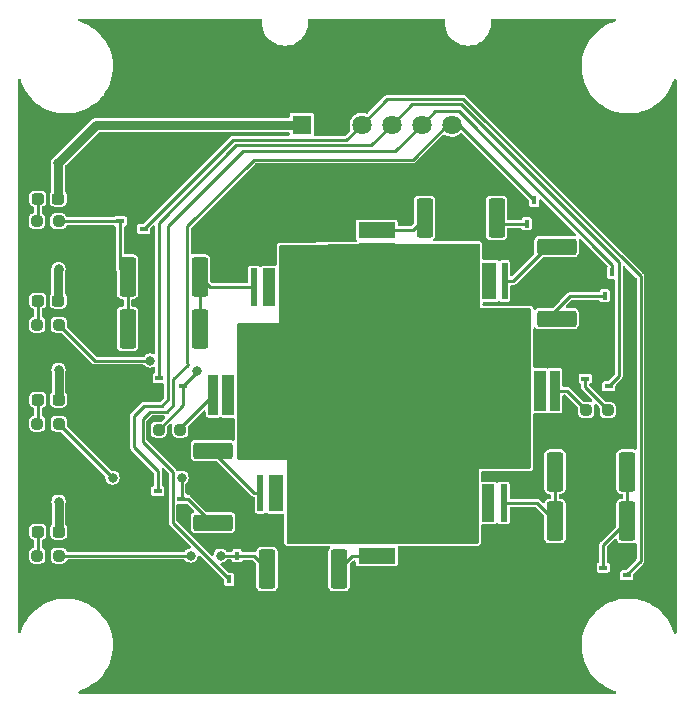
<source format=gtl>
%TF.GenerationSoftware,KiCad,Pcbnew,(6.0.10)*%
%TF.CreationDate,2022-12-30T01:06:13-06:00*%
%TF.ProjectId,FluorometerLightSource,466c756f-726f-46d6-9574-65724c696768,rev?*%
%TF.SameCoordinates,Original*%
%TF.FileFunction,Copper,L1,Top*%
%TF.FilePolarity,Positive*%
%FSLAX46Y46*%
G04 Gerber Fmt 4.6, Leading zero omitted, Abs format (unit mm)*
G04 Created by KiCad (PCBNEW (6.0.10)) date 2022-12-30 01:06:13*
%MOMM*%
%LPD*%
G01*
G04 APERTURE LIST*
G04 Aperture macros list*
%AMRoundRect*
0 Rectangle with rounded corners*
0 $1 Rounding radius*
0 $2 $3 $4 $5 $6 $7 $8 $9 X,Y pos of 4 corners*
0 Add a 4 corners polygon primitive as box body*
4,1,4,$2,$3,$4,$5,$6,$7,$8,$9,$2,$3,0*
0 Add four circle primitives for the rounded corners*
1,1,$1+$1,$2,$3*
1,1,$1+$1,$4,$5*
1,1,$1+$1,$6,$7*
1,1,$1+$1,$8,$9*
0 Add four rect primitives between the rounded corners*
20,1,$1+$1,$2,$3,$4,$5,0*
20,1,$1+$1,$4,$5,$6,$7,0*
20,1,$1+$1,$6,$7,$8,$9,0*
20,1,$1+$1,$8,$9,$2,$3,0*%
G04 Aperture macros list end*
%TA.AperFunction,SMDPad,CuDef*%
%ADD10RoundRect,0.237500X-0.250000X-0.237500X0.250000X-0.237500X0.250000X0.237500X-0.250000X0.237500X0*%
%TD*%
%TA.AperFunction,SMDPad,CuDef*%
%ADD11RoundRect,0.237500X-0.287500X-0.237500X0.287500X-0.237500X0.287500X0.237500X-0.287500X0.237500X0*%
%TD*%
%TA.AperFunction,SMDPad,CuDef*%
%ADD12R,0.500000X3.150000*%
%TD*%
%TA.AperFunction,SMDPad,CuDef*%
%ADD13R,0.500000X3.160000*%
%TD*%
%TA.AperFunction,SMDPad,CuDef*%
%ADD14R,1.240000X3.150000*%
%TD*%
%TA.AperFunction,SMDPad,CuDef*%
%ADD15R,3.150000X1.330000*%
%TD*%
%TA.AperFunction,SMDPad,CuDef*%
%ADD16R,0.600000X3.200000*%
%TD*%
%TA.AperFunction,SMDPad,CuDef*%
%ADD17R,1.000000X3.200000*%
%TD*%
%TA.AperFunction,SMDPad,CuDef*%
%ADD18R,0.700000X0.450000*%
%TD*%
%TA.AperFunction,SMDPad,CuDef*%
%ADD19RoundRect,0.249999X-1.425001X0.450001X-1.425001X-0.450001X1.425001X-0.450001X1.425001X0.450001X0*%
%TD*%
%TA.AperFunction,SMDPad,CuDef*%
%ADD20RoundRect,0.237500X0.250000X0.237500X-0.250000X0.237500X-0.250000X-0.237500X0.250000X-0.237500X0*%
%TD*%
%TA.AperFunction,SMDPad,CuDef*%
%ADD21R,0.450000X0.700000*%
%TD*%
%TA.AperFunction,SMDPad,CuDef*%
%ADD22RoundRect,0.249999X-0.450001X-1.425001X0.450001X-1.425001X0.450001X1.425001X-0.450001X1.425001X0*%
%TD*%
%TA.AperFunction,SMDPad,CuDef*%
%ADD23R,0.900000X3.400000*%
%TD*%
%TA.AperFunction,SMDPad,CuDef*%
%ADD24R,1.000000X3.400000*%
%TD*%
%TA.AperFunction,SMDPad,CuDef*%
%ADD25RoundRect,0.249999X0.450001X1.425001X-0.450001X1.425001X-0.450001X-1.425001X0.450001X-1.425001X0*%
%TD*%
%TA.AperFunction,ComponentPad*%
%ADD26R,1.635000X1.635000*%
%TD*%
%TA.AperFunction,ComponentPad*%
%ADD27C,1.635000*%
%TD*%
%TA.AperFunction,ViaPad*%
%ADD28C,0.800000*%
%TD*%
%TA.AperFunction,Conductor*%
%ADD29C,0.254000*%
%TD*%
%TA.AperFunction,Conductor*%
%ADD30C,0.762000*%
%TD*%
G04 APERTURE END LIST*
D10*
X133707500Y-123952000D03*
X135532500Y-123952000D03*
X135532500Y-112776000D03*
X133707500Y-112776000D03*
X135532500Y-104394000D03*
X133707500Y-104394000D03*
X133684000Y-95631000D03*
X135509000Y-95631000D03*
D11*
X133759000Y-121920000D03*
X135509000Y-121920000D03*
X133759000Y-110744000D03*
X135509000Y-110744000D03*
X133745000Y-102362000D03*
X135495000Y-102362000D03*
X133745000Y-93726000D03*
X135495000Y-93726000D03*
D12*
X173292000Y-100711000D03*
D13*
X170692000Y-100711000D03*
D14*
X171992000Y-100711000D03*
D15*
X162433000Y-96367000D03*
X162433000Y-98197000D03*
D16*
X173195000Y-119507000D03*
X170595000Y-119507000D03*
D17*
X171895000Y-119507000D03*
D12*
X152590000Y-118618000D03*
D13*
X155190000Y-118618000D03*
D14*
X153890000Y-118618000D03*
D18*
X183626000Y-125618000D03*
X183626000Y-124318000D03*
X181626000Y-124968000D03*
D16*
X152052000Y-101219000D03*
X154652000Y-101219000D03*
D17*
X153352000Y-101219000D03*
D19*
X148590000Y-115060000D03*
X148590000Y-121160000D03*
D18*
X144034000Y-108951000D03*
X144034000Y-110251000D03*
X146034000Y-109601000D03*
D20*
X145819500Y-113284000D03*
X143994500Y-113284000D03*
D19*
X177673000Y-97788000D03*
X177673000Y-103888000D03*
D21*
X175783000Y-93869000D03*
X174483000Y-93869000D03*
X175133000Y-95869000D03*
X182387000Y-99965000D03*
X181087000Y-99965000D03*
X181737000Y-101965000D03*
D22*
X177544000Y-116840000D03*
X183644000Y-116840000D03*
D15*
X162433000Y-123978000D03*
X162433000Y-122148000D03*
D10*
X180189500Y-111633000D03*
X182014500Y-111633000D03*
D22*
X177544000Y-121031000D03*
X183644000Y-121031000D03*
X166495000Y-95377000D03*
X172595000Y-95377000D03*
D23*
X148610000Y-110363000D03*
X151110000Y-110363000D03*
D24*
X149860000Y-110363000D03*
D21*
X149972000Y-125968000D03*
X151272000Y-125968000D03*
X150622000Y-123968000D03*
D25*
X147449000Y-100330000D03*
X141349000Y-100330000D03*
D26*
X156090500Y-87468000D03*
D27*
X158630500Y-87468000D03*
X161170500Y-87468000D03*
X163710500Y-87468000D03*
X166250500Y-87468000D03*
X168790500Y-87468000D03*
D18*
X143907000Y-118476000D03*
X143907000Y-119776000D03*
X145907000Y-119126000D03*
X142732000Y-96281000D03*
X142732000Y-94981000D03*
X140732000Y-95631000D03*
D23*
X177526000Y-109982000D03*
X175026000Y-109982000D03*
D24*
X176276000Y-109982000D03*
D25*
X147449000Y-104775000D03*
X141349000Y-104775000D03*
X159260000Y-125095000D03*
X153160000Y-125095000D03*
D18*
X182102000Y-109616000D03*
X182102000Y-108316000D03*
X180102000Y-108966000D03*
D28*
X149225000Y-123952000D03*
X146685000Y-123952000D03*
X142494000Y-119761000D03*
X140081000Y-117348000D03*
X145923000Y-117348000D03*
X147193000Y-108331000D03*
X143256000Y-107442000D03*
X135509000Y-99695000D03*
X135509000Y-108204000D03*
X135509000Y-119380000D03*
X135495000Y-90692000D03*
X166370000Y-100965000D03*
X162433000Y-100965000D03*
X158750000Y-100965000D03*
X182118000Y-106807000D03*
X152781000Y-94107000D03*
X143129000Y-93345000D03*
X173101000Y-92583000D03*
X180213000Y-98425000D03*
X151384000Y-127508000D03*
X171577000Y-125857000D03*
X183769000Y-123444000D03*
X142621000Y-110236000D03*
D29*
X149225000Y-123952000D02*
X150606000Y-123952000D01*
X150606000Y-123952000D02*
X150622000Y-123968000D01*
X135532500Y-123952000D02*
X146685000Y-123952000D01*
X135532500Y-112799500D02*
X140081000Y-117348000D01*
X145923000Y-119110000D02*
X145907000Y-119126000D01*
X145923000Y-117348000D02*
X145923000Y-119110000D01*
X135532500Y-112776000D02*
X135532500Y-112799500D01*
X147193000Y-108442000D02*
X146034000Y-109601000D01*
X147193000Y-108331000D02*
X147193000Y-108442000D01*
X138580500Y-107442000D02*
X143256000Y-107442000D01*
X135532500Y-104394000D02*
X138580500Y-107442000D01*
D30*
X135495000Y-102362000D02*
X135495000Y-99709000D01*
X135495000Y-99709000D02*
X135509000Y-99695000D01*
D29*
X135509000Y-95631000D02*
X140732000Y-95631000D01*
X133759000Y-123900500D02*
X133707500Y-123952000D01*
X133759000Y-121920000D02*
X133759000Y-123900500D01*
X133759000Y-112724500D02*
X133707500Y-112776000D01*
X133759000Y-110744000D02*
X133759000Y-112724500D01*
X133745000Y-104356500D02*
X133707500Y-104394000D01*
X133745000Y-102362000D02*
X133745000Y-104356500D01*
X133745000Y-95570000D02*
X133684000Y-95631000D01*
X133745000Y-93726000D02*
X133745000Y-95570000D01*
D30*
X135509000Y-110744000D02*
X135509000Y-108204000D01*
X135509000Y-119380000D02*
X135509000Y-121920000D01*
X135495000Y-90692000D02*
X135495000Y-93726000D01*
X138719000Y-87468000D02*
X135495000Y-90692000D01*
X156090500Y-87468000D02*
X138719000Y-87468000D01*
X162433000Y-122148000D02*
X166142000Y-122148000D01*
X168047000Y-122148000D02*
X166142000Y-122148000D01*
X154652000Y-101219000D02*
X154652000Y-104428000D01*
X170595000Y-119600000D02*
X168047000Y-122148000D01*
X170692000Y-104017000D02*
X170692000Y-100711000D01*
X155190000Y-118618000D02*
X155190000Y-115693000D01*
X151110000Y-111613000D02*
X151110000Y-110363000D01*
X170692000Y-100080000D02*
X168809000Y-98197000D01*
X157674000Y-98197000D02*
X154652000Y-101219000D01*
X162433000Y-98197000D02*
X166650000Y-98197000D01*
X175026000Y-111232000D02*
X175026000Y-109982000D01*
X155190000Y-115693000D02*
X151110000Y-111613000D01*
X154652000Y-104428000D02*
X151110000Y-107970000D01*
X175026000Y-109982000D02*
X175026000Y-108351000D01*
X151110000Y-107970000D02*
X151110000Y-110363000D01*
X168809000Y-98197000D02*
X166650000Y-98197000D01*
X170595000Y-119507000D02*
X170595000Y-119600000D01*
X175026000Y-108351000D02*
X170692000Y-104017000D01*
X155190000Y-118618000D02*
X157097000Y-120525000D01*
X170595000Y-115663000D02*
X175026000Y-111232000D01*
X170692000Y-100711000D02*
X170692000Y-100080000D01*
X157097000Y-120525000D02*
X158720000Y-122148000D01*
X170595000Y-119507000D02*
X170595000Y-115663000D01*
X158720000Y-122148000D02*
X162433000Y-122148000D01*
X162433000Y-98197000D02*
X157674000Y-98197000D01*
D29*
X159865500Y-88773000D02*
X150240000Y-88773000D01*
X163346879Y-85291621D02*
X169753673Y-85291621D01*
X169753673Y-85291621D02*
X184785000Y-100322948D01*
X184785000Y-100322948D02*
X184785000Y-124388000D01*
X183626000Y-125547000D02*
X183626000Y-125618000D01*
X161170500Y-87468000D02*
X159865500Y-88773000D01*
X161170500Y-87468000D02*
X163346879Y-85291621D01*
X184785000Y-124388000D02*
X183626000Y-125547000D01*
X150240000Y-88773000D02*
X142732000Y-96281000D01*
X150549000Y-89227000D02*
X144018000Y-95758000D01*
X182939000Y-108779000D02*
X182102000Y-109616000D01*
X161951500Y-89227000D02*
X150549000Y-89227000D01*
X163710500Y-87468000D02*
X161951500Y-89227000D01*
X144018000Y-108935000D02*
X144034000Y-108951000D01*
X182939000Y-99119000D02*
X182939000Y-108779000D01*
X169565621Y-85745621D02*
X182939000Y-99119000D01*
X144018000Y-95758000D02*
X144018000Y-108935000D01*
X163710500Y-87468000D02*
X165432879Y-85745621D01*
X165432879Y-85745621D02*
X169565621Y-85745621D01*
X144780000Y-96012000D02*
X144780000Y-110734000D01*
X143907000Y-116793000D02*
X143907000Y-118476000D01*
X151111000Y-89681000D02*
X144780000Y-96012000D01*
X182387000Y-99965000D02*
X182387000Y-99329000D01*
X182387000Y-99329000D02*
X169381500Y-86323500D01*
X141859000Y-114745000D02*
X143907000Y-116793000D01*
X164037500Y-89681000D02*
X151111000Y-89681000D01*
X144262000Y-111252000D02*
X142748000Y-111252000D01*
X144780000Y-110734000D02*
X144262000Y-111252000D01*
X167395000Y-86323500D02*
X166250500Y-87468000D01*
X142748000Y-111252000D02*
X141859000Y-112141000D01*
X169381500Y-86323500D02*
X167395000Y-86323500D01*
X166250500Y-87468000D02*
X164037500Y-89681000D01*
X141859000Y-112141000D02*
X141859000Y-114745000D01*
X145234000Y-109020000D02*
X145234000Y-111179000D01*
X145234000Y-111179000D02*
X144653000Y-111760000D01*
X146422000Y-96021000D02*
X146422000Y-107687000D01*
X145161000Y-121157000D02*
X149972000Y-125968000D01*
X168790500Y-87468000D02*
X168440000Y-87468000D01*
X142621000Y-114300000D02*
X145161000Y-116840000D01*
X142621000Y-112395000D02*
X142621000Y-114300000D01*
X146431000Y-107696000D02*
X146431000Y-107823000D01*
X146431000Y-107823000D02*
X145234000Y-109020000D01*
X146422000Y-107687000D02*
X146431000Y-107696000D01*
X143256000Y-111760000D02*
X142621000Y-112395000D01*
X145161000Y-116840000D02*
X145161000Y-121157000D01*
X168440000Y-87468000D02*
X165484000Y-90424000D01*
X152019000Y-90424000D02*
X146422000Y-96021000D01*
X144653000Y-111760000D02*
X143256000Y-111760000D01*
X175783000Y-93869000D02*
X169382000Y-87468000D01*
X165484000Y-90424000D02*
X152019000Y-90424000D01*
X169382000Y-87468000D02*
X168790500Y-87468000D01*
X147449000Y-100330000D02*
X147449000Y-104775000D01*
X147449000Y-100330000D02*
X148338000Y-101219000D01*
X148338000Y-101219000D02*
X152052000Y-101219000D01*
X145819500Y-113284000D02*
X145819500Y-113153500D01*
X145819500Y-113153500D02*
X148610000Y-110363000D01*
X152021000Y-118618000D02*
X152590000Y-118618000D01*
X148590000Y-115060000D02*
X148590000Y-115187000D01*
X148590000Y-115187000D02*
X152021000Y-118618000D01*
X159260000Y-125095000D02*
X160377000Y-123978000D01*
X160377000Y-123978000D02*
X162433000Y-123978000D01*
X140732000Y-99713000D02*
X141349000Y-100330000D01*
X141349000Y-100330000D02*
X141349000Y-104775000D01*
X140732000Y-95631000D02*
X140732000Y-99713000D01*
X146034000Y-109601000D02*
X146034000Y-111244500D01*
X146034000Y-111244500D02*
X143994500Y-113284000D01*
X146429000Y-119126000D02*
X148463000Y-121160000D01*
X145907000Y-119126000D02*
X146429000Y-119126000D01*
X148463000Y-121160000D02*
X148590000Y-121160000D01*
X152033000Y-123968000D02*
X153160000Y-125095000D01*
X150622000Y-123968000D02*
X152033000Y-123968000D01*
X165505000Y-96367000D02*
X162433000Y-96367000D01*
X166495000Y-95377000D02*
X165505000Y-96367000D01*
X177038000Y-97661000D02*
X173988000Y-100711000D01*
X173988000Y-100711000D02*
X173292000Y-100711000D01*
X178538500Y-109982000D02*
X180189500Y-111633000D01*
X177526000Y-109982000D02*
X178538500Y-109982000D01*
X177544000Y-121031000D02*
X176020000Y-119507000D01*
X177544000Y-116840000D02*
X177544000Y-121031000D01*
X176020000Y-119507000D02*
X173195000Y-119507000D01*
X175133000Y-95869000D02*
X173087000Y-95869000D01*
X173087000Y-95869000D02*
X172595000Y-95377000D01*
X178834000Y-101965000D02*
X177038000Y-103761000D01*
X181737000Y-101965000D02*
X178834000Y-101965000D01*
X180102000Y-109720500D02*
X180102000Y-108966000D01*
X182014500Y-111633000D02*
X180102000Y-109720500D01*
X183644000Y-121031000D02*
X183644000Y-116840000D01*
X181626000Y-124968000D02*
X181626000Y-123049000D01*
X181626000Y-123049000D02*
X183644000Y-121031000D01*
%TA.AperFunction,Conductor*%
G36*
X171137328Y-97556440D02*
G01*
X171184220Y-97609747D01*
X171196000Y-97662943D01*
X171196000Y-99007970D01*
X171187349Y-99051459D01*
X171183133Y-99057769D01*
X171171500Y-99116252D01*
X171171500Y-102305748D01*
X171183133Y-102364231D01*
X171187349Y-102370541D01*
X171196000Y-102414030D01*
X171196000Y-102997000D01*
X175388000Y-102997000D01*
X175456121Y-103017002D01*
X175502614Y-103070658D01*
X175514000Y-103123000D01*
X175514000Y-116460000D01*
X175493998Y-116528121D01*
X175440342Y-116574614D01*
X175388000Y-116586000D01*
X171069000Y-116586000D01*
X171069000Y-122810000D01*
X171048998Y-122878121D01*
X170995342Y-122924614D01*
X170943000Y-122936000D01*
X154939000Y-122936000D01*
X154870879Y-122915998D01*
X154824386Y-122862342D01*
X154813000Y-122810000D01*
X154813000Y-115824000D01*
X150748000Y-115824000D01*
X150679879Y-115803998D01*
X150633386Y-115750342D01*
X150622000Y-115698000D01*
X150622000Y-104393000D01*
X150642002Y-104324879D01*
X150695658Y-104278386D01*
X150748000Y-104267000D01*
X154178000Y-104267000D01*
X154178000Y-97788063D01*
X154198002Y-97719942D01*
X154251658Y-97673449D01*
X154303060Y-97662067D01*
X162266910Y-97602635D01*
X171069061Y-97536947D01*
X171137328Y-97556440D01*
G37*
%TD.AperFunction*%
%TA.AperFunction,Conductor*%
G36*
X152692869Y-78507002D02*
G01*
X152739362Y-78560658D01*
X152750278Y-78623872D01*
X152748699Y-78642102D01*
X152735259Y-78797285D01*
X152735503Y-78801720D01*
X152735503Y-78801724D01*
X152749450Y-79055127D01*
X152750438Y-79073087D01*
X152804325Y-79343999D01*
X152895847Y-79604616D01*
X153023178Y-79849737D01*
X153025761Y-79853352D01*
X153025765Y-79853358D01*
X153175135Y-80062381D01*
X153183775Y-80074471D01*
X153228336Y-80121183D01*
X153344341Y-80242787D01*
X153374436Y-80274335D01*
X153377931Y-80277091D01*
X153377933Y-80277092D01*
X153543694Y-80407767D01*
X153591356Y-80445341D01*
X153653059Y-80481181D01*
X153826353Y-80581839D01*
X153826359Y-80581842D01*
X153830207Y-80584077D01*
X154086223Y-80687774D01*
X154090536Y-80688845D01*
X154090541Y-80688847D01*
X154349975Y-80753291D01*
X154349980Y-80753292D01*
X154354296Y-80754364D01*
X154358724Y-80754818D01*
X154358726Y-80754818D01*
X154433839Y-80762514D01*
X154589870Y-80778500D01*
X154760862Y-80778500D01*
X154966030Y-80763973D01*
X154970385Y-80763035D01*
X154970388Y-80763035D01*
X155231715Y-80706773D01*
X155231717Y-80706773D01*
X155236062Y-80705837D01*
X155495209Y-80610233D01*
X155543685Y-80584077D01*
X155734384Y-80481181D01*
X155738300Y-80479068D01*
X155960484Y-80314960D01*
X156157329Y-80121183D01*
X156324906Y-79901604D01*
X156399375Y-79768630D01*
X156457697Y-79664490D01*
X156457698Y-79664487D01*
X156459873Y-79660604D01*
X156559536Y-79402991D01*
X156561730Y-79393528D01*
X156613870Y-79168578D01*
X156621907Y-79133905D01*
X156645741Y-78858715D01*
X156642605Y-78801724D01*
X156632599Y-78619924D01*
X156648828Y-78550807D01*
X156699848Y-78501436D01*
X156758409Y-78487000D01*
X168124748Y-78487000D01*
X168192869Y-78507002D01*
X168239362Y-78560658D01*
X168250278Y-78623872D01*
X168248699Y-78642102D01*
X168235259Y-78797285D01*
X168235503Y-78801720D01*
X168235503Y-78801724D01*
X168249450Y-79055127D01*
X168250438Y-79073087D01*
X168304325Y-79343999D01*
X168395847Y-79604616D01*
X168523178Y-79849737D01*
X168525761Y-79853352D01*
X168525765Y-79853358D01*
X168675135Y-80062381D01*
X168683775Y-80074471D01*
X168728336Y-80121183D01*
X168844341Y-80242787D01*
X168874436Y-80274335D01*
X168877931Y-80277091D01*
X168877933Y-80277092D01*
X169043694Y-80407767D01*
X169091356Y-80445341D01*
X169153059Y-80481181D01*
X169326353Y-80581839D01*
X169326359Y-80581842D01*
X169330207Y-80584077D01*
X169586223Y-80687774D01*
X169590536Y-80688845D01*
X169590541Y-80688847D01*
X169849975Y-80753291D01*
X169849980Y-80753292D01*
X169854296Y-80754364D01*
X169858724Y-80754818D01*
X169858726Y-80754818D01*
X169933839Y-80762514D01*
X170089870Y-80778500D01*
X170260862Y-80778500D01*
X170466030Y-80763973D01*
X170470385Y-80763035D01*
X170470388Y-80763035D01*
X170731715Y-80706773D01*
X170731717Y-80706773D01*
X170736062Y-80705837D01*
X170995209Y-80610233D01*
X171043685Y-80584077D01*
X171234384Y-80481181D01*
X171238300Y-80479068D01*
X171460484Y-80314960D01*
X171657329Y-80121183D01*
X171824906Y-79901604D01*
X171899375Y-79768630D01*
X171957697Y-79664490D01*
X171957698Y-79664487D01*
X171959873Y-79660604D01*
X172059536Y-79402991D01*
X172061730Y-79393528D01*
X172113870Y-79168578D01*
X172121907Y-79133905D01*
X172145741Y-78858715D01*
X172142605Y-78801724D01*
X172132599Y-78619924D01*
X172148828Y-78550807D01*
X172199848Y-78501436D01*
X172258409Y-78487000D01*
X182615806Y-78487000D01*
X182683927Y-78507002D01*
X182730420Y-78560658D01*
X182740524Y-78630932D01*
X182711030Y-78695512D01*
X182646821Y-78735123D01*
X182602161Y-78746465D01*
X182602158Y-78746466D01*
X182599118Y-78747238D01*
X182596171Y-78748308D01*
X182596170Y-78748308D01*
X182230151Y-78881166D01*
X182230141Y-78881170D01*
X182227213Y-78882233D01*
X181870554Y-79053498D01*
X181532669Y-79259339D01*
X181216899Y-79497721D01*
X181214617Y-79499831D01*
X181214608Y-79499838D01*
X181096994Y-79608560D01*
X180926366Y-79766287D01*
X180924294Y-79768625D01*
X180924289Y-79768630D01*
X180666028Y-80060029D01*
X180666023Y-80060035D01*
X180663944Y-80062381D01*
X180432227Y-80383074D01*
X180233507Y-80725196D01*
X180232217Y-80728033D01*
X180232215Y-80728037D01*
X180138264Y-80934672D01*
X180069749Y-81085363D01*
X179942572Y-81460013D01*
X179853234Y-81845443D01*
X179802619Y-82237839D01*
X179791227Y-82633322D01*
X179819170Y-83027982D01*
X179886173Y-83417915D01*
X179991572Y-83799265D01*
X179992702Y-83802185D01*
X179992703Y-83802189D01*
X180075993Y-84017479D01*
X180134326Y-84168261D01*
X180135741Y-84171055D01*
X180135744Y-84171063D01*
X180238885Y-84374804D01*
X180313023Y-84521255D01*
X180525895Y-84854755D01*
X180770838Y-85165463D01*
X180773013Y-85167719D01*
X180773018Y-85167725D01*
X180896468Y-85295784D01*
X181045429Y-85450308D01*
X181047822Y-85452341D01*
X181344559Y-85704438D01*
X181344567Y-85704445D01*
X181346954Y-85706472D01*
X181349534Y-85708255D01*
X181669857Y-85929645D01*
X181669866Y-85929650D01*
X181672429Y-85931422D01*
X181675164Y-85932935D01*
X181675169Y-85932938D01*
X181839957Y-86024093D01*
X182018638Y-86122934D01*
X182021507Y-86124167D01*
X182021518Y-86124172D01*
X182379287Y-86277881D01*
X182382155Y-86279113D01*
X182385132Y-86280054D01*
X182385136Y-86280056D01*
X182410938Y-86288216D01*
X182759387Y-86398416D01*
X183146603Y-86479662D01*
X183149721Y-86479998D01*
X183537522Y-86521785D01*
X183537525Y-86521785D01*
X183539973Y-86522049D01*
X183542436Y-86522120D01*
X183542437Y-86522120D01*
X183546086Y-86522225D01*
X183597291Y-86523700D01*
X183868352Y-86523700D01*
X183869915Y-86523622D01*
X183869923Y-86523622D01*
X183986445Y-86517821D01*
X184164158Y-86508974D01*
X184167243Y-86508510D01*
X184167245Y-86508510D01*
X184552316Y-86450617D01*
X184555409Y-86450152D01*
X184558445Y-86449381D01*
X184935839Y-86353535D01*
X184935842Y-86353534D01*
X184938882Y-86352762D01*
X184941830Y-86351692D01*
X185307849Y-86218834D01*
X185307859Y-86218830D01*
X185310787Y-86217767D01*
X185667446Y-86046502D01*
X186005331Y-85840661D01*
X186294978Y-85622000D01*
X186318607Y-85604162D01*
X186318610Y-85604160D01*
X186321101Y-85602279D01*
X186323383Y-85600169D01*
X186323392Y-85600162D01*
X186609337Y-85335836D01*
X186611634Y-85333713D01*
X186760751Y-85165463D01*
X186871972Y-85039971D01*
X186871977Y-85039965D01*
X186874056Y-85037619D01*
X186878579Y-85031360D01*
X186950164Y-84932286D01*
X187105773Y-84716926D01*
X187304493Y-84374804D01*
X187397129Y-84171063D01*
X187466959Y-84017479D01*
X187466960Y-84017476D01*
X187468251Y-84014637D01*
X187542384Y-83796250D01*
X187586687Y-83665738D01*
X187627524Y-83607661D01*
X187693277Y-83580883D01*
X187763069Y-83593904D01*
X187814742Y-83642591D01*
X187832000Y-83706239D01*
X187832000Y-130427111D01*
X187811998Y-130495232D01*
X187758342Y-130541725D01*
X187688068Y-130551829D01*
X187623488Y-130522335D01*
X187584553Y-130460677D01*
X187547261Y-130325750D01*
X187546428Y-130322735D01*
X187463107Y-130107363D01*
X187404809Y-129956672D01*
X187404807Y-129956667D01*
X187403674Y-129953739D01*
X187300554Y-129750037D01*
X187226396Y-129603548D01*
X187224977Y-129600745D01*
X187012105Y-129267245D01*
X186767162Y-128956537D01*
X186764987Y-128954281D01*
X186764982Y-128954275D01*
X186602922Y-128786164D01*
X186492571Y-128671692D01*
X186489999Y-128669507D01*
X186193441Y-128417562D01*
X186193433Y-128417555D01*
X186191046Y-128415528D01*
X185996891Y-128281339D01*
X185868143Y-128192355D01*
X185868134Y-128192350D01*
X185865571Y-128190578D01*
X185862836Y-128189065D01*
X185862831Y-128189062D01*
X185655080Y-128074141D01*
X185519362Y-127999066D01*
X185516493Y-127997833D01*
X185516482Y-127997828D01*
X185158713Y-127844119D01*
X185158710Y-127844118D01*
X185155845Y-127842887D01*
X185152868Y-127841946D01*
X185152864Y-127841944D01*
X185024089Y-127801218D01*
X184778613Y-127723584D01*
X184391397Y-127642338D01*
X184388279Y-127642002D01*
X184000478Y-127600215D01*
X184000475Y-127600215D01*
X183998027Y-127599951D01*
X183995564Y-127599880D01*
X183995563Y-127599880D01*
X183991914Y-127599775D01*
X183940709Y-127598300D01*
X183669648Y-127598300D01*
X183668085Y-127598378D01*
X183668077Y-127598378D01*
X183571709Y-127603176D01*
X183373842Y-127613026D01*
X183370757Y-127613490D01*
X183370755Y-127613490D01*
X183181110Y-127642002D01*
X182982591Y-127671848D01*
X182979556Y-127672619D01*
X182979555Y-127672619D01*
X182602161Y-127768465D01*
X182602158Y-127768466D01*
X182599118Y-127769238D01*
X182596171Y-127770308D01*
X182596170Y-127770308D01*
X182230151Y-127903166D01*
X182230141Y-127903170D01*
X182227213Y-127904233D01*
X181870554Y-128075498D01*
X181532669Y-128281339D01*
X181216899Y-128519721D01*
X181214617Y-128521831D01*
X181214608Y-128521838D01*
X181054697Y-128669659D01*
X180926366Y-128788287D01*
X180924294Y-128790625D01*
X180924289Y-128790630D01*
X180666028Y-129082029D01*
X180666023Y-129082035D01*
X180663944Y-129084381D01*
X180432227Y-129405074D01*
X180233507Y-129747196D01*
X180232217Y-129750033D01*
X180232215Y-129750037D01*
X180138264Y-129956672D01*
X180069749Y-130107363D01*
X179942572Y-130482013D01*
X179853234Y-130867443D01*
X179802619Y-131259839D01*
X179791227Y-131655322D01*
X179791448Y-131658441D01*
X179791448Y-131658448D01*
X179811912Y-131947472D01*
X179819170Y-132049982D01*
X179886173Y-132439915D01*
X179991572Y-132821265D01*
X179992702Y-132824185D01*
X179992703Y-132824189D01*
X180075993Y-133039479D01*
X180134326Y-133190261D01*
X180135741Y-133193055D01*
X180135744Y-133193063D01*
X180238885Y-133396804D01*
X180313023Y-133543255D01*
X180525895Y-133876755D01*
X180770838Y-134187463D01*
X180773013Y-134189719D01*
X180773018Y-134189725D01*
X180888217Y-134309225D01*
X181045429Y-134472308D01*
X181047822Y-134474341D01*
X181344559Y-134726438D01*
X181344567Y-134726445D01*
X181346954Y-134728472D01*
X181349534Y-134730255D01*
X181669857Y-134951645D01*
X181669866Y-134951650D01*
X181672429Y-134953422D01*
X181675164Y-134954935D01*
X181675169Y-134954938D01*
X181839957Y-135046093D01*
X182018638Y-135144934D01*
X182021507Y-135146167D01*
X182021518Y-135146172D01*
X182379287Y-135299881D01*
X182382155Y-135301113D01*
X182385132Y-135302054D01*
X182385136Y-135302056D01*
X182659624Y-135388865D01*
X182718542Y-135428477D01*
X182746692Y-135493654D01*
X182735135Y-135563704D01*
X182687541Y-135616386D01*
X182621630Y-135635000D01*
X137297194Y-135635000D01*
X137229073Y-135614998D01*
X137182580Y-135561342D01*
X137172476Y-135491068D01*
X137201970Y-135426488D01*
X137266179Y-135386877D01*
X137310839Y-135375535D01*
X137310842Y-135375534D01*
X137313882Y-135374762D01*
X137336511Y-135366548D01*
X137682849Y-135240834D01*
X137682859Y-135240830D01*
X137685787Y-135239767D01*
X138042446Y-135068502D01*
X138380331Y-134862661D01*
X138696101Y-134624279D01*
X138698383Y-134622169D01*
X138698392Y-134622162D01*
X138984337Y-134357836D01*
X138986634Y-134355713D01*
X138988711Y-134353370D01*
X139246972Y-134061971D01*
X139246977Y-134061965D01*
X139249056Y-134059619D01*
X139480773Y-133738926D01*
X139679493Y-133396804D01*
X139685754Y-133383035D01*
X139841959Y-133039479D01*
X139841960Y-133039476D01*
X139843251Y-133036637D01*
X139970428Y-132661987D01*
X140059766Y-132276557D01*
X140110381Y-131884161D01*
X140121773Y-131488678D01*
X140093830Y-131094018D01*
X140026827Y-130704085D01*
X139921428Y-130322735D01*
X139838107Y-130107363D01*
X139779809Y-129956672D01*
X139779807Y-129956667D01*
X139778674Y-129953739D01*
X139675554Y-129750037D01*
X139601396Y-129603548D01*
X139599977Y-129600745D01*
X139387105Y-129267245D01*
X139142162Y-128956537D01*
X139139987Y-128954281D01*
X139139982Y-128954275D01*
X138977922Y-128786164D01*
X138867571Y-128671692D01*
X138864999Y-128669507D01*
X138568441Y-128417562D01*
X138568433Y-128417555D01*
X138566046Y-128415528D01*
X138371891Y-128281339D01*
X138243143Y-128192355D01*
X138243134Y-128192350D01*
X138240571Y-128190578D01*
X138237836Y-128189065D01*
X138237831Y-128189062D01*
X138030080Y-128074141D01*
X137894362Y-127999066D01*
X137891493Y-127997833D01*
X137891482Y-127997828D01*
X137533713Y-127844119D01*
X137533710Y-127844118D01*
X137530845Y-127842887D01*
X137527868Y-127841946D01*
X137527864Y-127841944D01*
X137399089Y-127801218D01*
X137153613Y-127723584D01*
X136766397Y-127642338D01*
X136763279Y-127642002D01*
X136375478Y-127600215D01*
X136375475Y-127600215D01*
X136373027Y-127599951D01*
X136370564Y-127599880D01*
X136370563Y-127599880D01*
X136366914Y-127599775D01*
X136315709Y-127598300D01*
X136044648Y-127598300D01*
X136043085Y-127598378D01*
X136043077Y-127598378D01*
X135946709Y-127603176D01*
X135748842Y-127613026D01*
X135745757Y-127613490D01*
X135745755Y-127613490D01*
X135556110Y-127642002D01*
X135357591Y-127671848D01*
X135354556Y-127672619D01*
X135354555Y-127672619D01*
X134977161Y-127768465D01*
X134977158Y-127768466D01*
X134974118Y-127769238D01*
X134971171Y-127770308D01*
X134971170Y-127770308D01*
X134605151Y-127903166D01*
X134605141Y-127903170D01*
X134602213Y-127904233D01*
X134245554Y-128075498D01*
X133907669Y-128281339D01*
X133591899Y-128519721D01*
X133589617Y-128521831D01*
X133589608Y-128521838D01*
X133429697Y-128669659D01*
X133301366Y-128788287D01*
X133299294Y-128790625D01*
X133299289Y-128790630D01*
X133041028Y-129082029D01*
X133041023Y-129082035D01*
X133038944Y-129084381D01*
X132807227Y-129405074D01*
X132608507Y-129747196D01*
X132607217Y-129750033D01*
X132607215Y-129750037D01*
X132513264Y-129956672D01*
X132444749Y-130107363D01*
X132443745Y-130110320D01*
X132443743Y-130110326D01*
X132326313Y-130456262D01*
X132285476Y-130514339D01*
X132219723Y-130541117D01*
X132149931Y-130528096D01*
X132098258Y-130479409D01*
X132081000Y-130415761D01*
X132081000Y-123662167D01*
X133019500Y-123662167D01*
X133019501Y-124241832D01*
X133022399Y-124272500D01*
X133024944Y-124279748D01*
X133024945Y-124279751D01*
X133062015Y-124385309D01*
X133066039Y-124396768D01*
X133071634Y-124404343D01*
X133071635Y-124404345D01*
X133088831Y-124427626D01*
X133144289Y-124502711D01*
X133151860Y-124508303D01*
X133242655Y-124575365D01*
X133242657Y-124575366D01*
X133250232Y-124580961D01*
X133259119Y-124584082D01*
X133259121Y-124584083D01*
X133367252Y-124622056D01*
X133367254Y-124622057D01*
X133374500Y-124624601D01*
X133382144Y-124625324D01*
X133382146Y-124625324D01*
X133390121Y-124626078D01*
X133405167Y-124627500D01*
X133707347Y-124627500D01*
X134009832Y-124627499D01*
X134012782Y-124627220D01*
X134012787Y-124627220D01*
X134032850Y-124625324D01*
X134032851Y-124625324D01*
X134040500Y-124624601D01*
X134047748Y-124622056D01*
X134047751Y-124622055D01*
X134155879Y-124584083D01*
X134155881Y-124584082D01*
X134164768Y-124580961D01*
X134172343Y-124575366D01*
X134172345Y-124575365D01*
X134263140Y-124508303D01*
X134270711Y-124502711D01*
X134326169Y-124427626D01*
X134343365Y-124404345D01*
X134343366Y-124404343D01*
X134348961Y-124396768D01*
X134352986Y-124385309D01*
X134390056Y-124279748D01*
X134390057Y-124279746D01*
X134392601Y-124272500D01*
X134395500Y-124241833D01*
X134395499Y-123662168D01*
X134394397Y-123650500D01*
X134393324Y-123639150D01*
X134393324Y-123639149D01*
X134392601Y-123631500D01*
X134390055Y-123624249D01*
X134352083Y-123516121D01*
X134352082Y-123516119D01*
X134348961Y-123507232D01*
X134331626Y-123483761D01*
X134276303Y-123408860D01*
X134270711Y-123401289D01*
X134164768Y-123323039D01*
X134155880Y-123319918D01*
X134153544Y-123318681D01*
X134102699Y-123269130D01*
X134086500Y-123207325D01*
X134086500Y-122696997D01*
X134106502Y-122628876D01*
X134160158Y-122582383D01*
X134170751Y-122578115D01*
X134244878Y-122552083D01*
X134253768Y-122548961D01*
X134261343Y-122543366D01*
X134261345Y-122543365D01*
X134352140Y-122476303D01*
X134359711Y-122470711D01*
X134437961Y-122364768D01*
X134481601Y-122240500D01*
X134484500Y-122209833D01*
X134484499Y-121630168D01*
X134484499Y-121630167D01*
X134783500Y-121630167D01*
X134783501Y-122209832D01*
X134786399Y-122240500D01*
X134830039Y-122364768D01*
X134908289Y-122470711D01*
X134915860Y-122476303D01*
X135006655Y-122543365D01*
X135006657Y-122543366D01*
X135014232Y-122548961D01*
X135023119Y-122552082D01*
X135023121Y-122552083D01*
X135131252Y-122590056D01*
X135131254Y-122590057D01*
X135138500Y-122592601D01*
X135146144Y-122593324D01*
X135146146Y-122593324D01*
X135154121Y-122594078D01*
X135169167Y-122595500D01*
X135508828Y-122595500D01*
X135848832Y-122595499D01*
X135851782Y-122595220D01*
X135851787Y-122595220D01*
X135871850Y-122593324D01*
X135871851Y-122593324D01*
X135879500Y-122592601D01*
X135886748Y-122590056D01*
X135886751Y-122590055D01*
X135994879Y-122552083D01*
X135994881Y-122552082D01*
X136003768Y-122548961D01*
X136011343Y-122543366D01*
X136011345Y-122543365D01*
X136102140Y-122476303D01*
X136109711Y-122470711D01*
X136187961Y-122364768D01*
X136231601Y-122240500D01*
X136234500Y-122209833D01*
X136234499Y-121630168D01*
X136231601Y-121599500D01*
X136187961Y-121475232D01*
X136144327Y-121416155D01*
X136115148Y-121376650D01*
X136090766Y-121309971D01*
X136090500Y-121301791D01*
X136090500Y-119562412D01*
X136093799Y-119537354D01*
X136094044Y-119536762D01*
X136095162Y-119528275D01*
X136113604Y-119388188D01*
X136114682Y-119380000D01*
X136098975Y-119260695D01*
X136095122Y-119231426D01*
X136094044Y-119223238D01*
X136033536Y-119077159D01*
X135937282Y-118951718D01*
X135811841Y-118855464D01*
X135665762Y-118794956D01*
X135509000Y-118774318D01*
X135352238Y-118794956D01*
X135206159Y-118855464D01*
X135080718Y-118951718D01*
X134984464Y-119077159D01*
X134923956Y-119223238D01*
X134922878Y-119231426D01*
X134919025Y-119260695D01*
X134903318Y-119380000D01*
X134904396Y-119388188D01*
X134922839Y-119528275D01*
X134923956Y-119536762D01*
X134924201Y-119537354D01*
X134927500Y-119562412D01*
X134927500Y-121301791D01*
X134907498Y-121369912D01*
X134902852Y-121376650D01*
X134873674Y-121416155D01*
X134830039Y-121475232D01*
X134786399Y-121599500D01*
X134783500Y-121630167D01*
X134484499Y-121630167D01*
X134481601Y-121599500D01*
X134437961Y-121475232D01*
X134394327Y-121416155D01*
X134365303Y-121376860D01*
X134359711Y-121369289D01*
X134348774Y-121361211D01*
X134261345Y-121296635D01*
X134261343Y-121296634D01*
X134253768Y-121291039D01*
X134244881Y-121287918D01*
X134244879Y-121287917D01*
X134136748Y-121249944D01*
X134136746Y-121249943D01*
X134129500Y-121247399D01*
X134121856Y-121246676D01*
X134121854Y-121246676D01*
X134113879Y-121245922D01*
X134098833Y-121244500D01*
X133759172Y-121244500D01*
X133419168Y-121244501D01*
X133416218Y-121244780D01*
X133416213Y-121244780D01*
X133396150Y-121246676D01*
X133396149Y-121246676D01*
X133388500Y-121247399D01*
X133381252Y-121249944D01*
X133381249Y-121249945D01*
X133273121Y-121287917D01*
X133273119Y-121287918D01*
X133264232Y-121291039D01*
X133256657Y-121296634D01*
X133256655Y-121296635D01*
X133169226Y-121361211D01*
X133158289Y-121369289D01*
X133152697Y-121376860D01*
X133123674Y-121416155D01*
X133080039Y-121475232D01*
X133036399Y-121599500D01*
X133033500Y-121630167D01*
X133033501Y-122209832D01*
X133036399Y-122240500D01*
X133080039Y-122364768D01*
X133158289Y-122470711D01*
X133165860Y-122476303D01*
X133256655Y-122543365D01*
X133256657Y-122543366D01*
X133264232Y-122548961D01*
X133273122Y-122552083D01*
X133347249Y-122578115D01*
X133404894Y-122619558D01*
X133430982Y-122685588D01*
X133431500Y-122696997D01*
X133431500Y-123170087D01*
X133411498Y-123238208D01*
X133357842Y-123284701D01*
X133347270Y-123288962D01*
X133250232Y-123323039D01*
X133242657Y-123328634D01*
X133242655Y-123328635D01*
X133186494Y-123370116D01*
X133144289Y-123401289D01*
X133138697Y-123408860D01*
X133083375Y-123483761D01*
X133066039Y-123507232D01*
X133062918Y-123516119D01*
X133062917Y-123516121D01*
X133024945Y-123624249D01*
X133022399Y-123631500D01*
X133021676Y-123639144D01*
X133021676Y-123639146D01*
X133021548Y-123640500D01*
X133019500Y-123662167D01*
X132081000Y-123662167D01*
X132081000Y-112486167D01*
X133019500Y-112486167D01*
X133019501Y-113065832D01*
X133022399Y-113096500D01*
X133066039Y-113220768D01*
X133144289Y-113326711D01*
X133151860Y-113332303D01*
X133242655Y-113399365D01*
X133242657Y-113399366D01*
X133250232Y-113404961D01*
X133259119Y-113408082D01*
X133259121Y-113408083D01*
X133367252Y-113446056D01*
X133367254Y-113446057D01*
X133374500Y-113448601D01*
X133382144Y-113449324D01*
X133382146Y-113449324D01*
X133390121Y-113450078D01*
X133405167Y-113451500D01*
X133707347Y-113451500D01*
X134009832Y-113451499D01*
X134012782Y-113451220D01*
X134012787Y-113451220D01*
X134032850Y-113449324D01*
X134032851Y-113449324D01*
X134040500Y-113448601D01*
X134047748Y-113446056D01*
X134047751Y-113446055D01*
X134155879Y-113408083D01*
X134155881Y-113408082D01*
X134164768Y-113404961D01*
X134172343Y-113399366D01*
X134172345Y-113399365D01*
X134263140Y-113332303D01*
X134270711Y-113326711D01*
X134348961Y-113220768D01*
X134392601Y-113096500D01*
X134395500Y-113065833D01*
X134395499Y-112486168D01*
X134395499Y-112486167D01*
X134844500Y-112486167D01*
X134844501Y-113065832D01*
X134847399Y-113096500D01*
X134891039Y-113220768D01*
X134969289Y-113326711D01*
X134976860Y-113332303D01*
X135067655Y-113399365D01*
X135067657Y-113399366D01*
X135075232Y-113404961D01*
X135084119Y-113408082D01*
X135084121Y-113408083D01*
X135192252Y-113446056D01*
X135192254Y-113446057D01*
X135199500Y-113448601D01*
X135207144Y-113449324D01*
X135207146Y-113449324D01*
X135215121Y-113450078D01*
X135230167Y-113451500D01*
X135256555Y-113451500D01*
X135669155Y-113451499D01*
X135737276Y-113471501D01*
X135758250Y-113488404D01*
X139447962Y-117178117D01*
X139481988Y-117240429D01*
X139483789Y-117283657D01*
X139475318Y-117348000D01*
X139495956Y-117504762D01*
X139556464Y-117650841D01*
X139652718Y-117776282D01*
X139778159Y-117872536D01*
X139924238Y-117933044D01*
X139932426Y-117934122D01*
X140002619Y-117943363D01*
X140081000Y-117953682D01*
X140089188Y-117952604D01*
X140229574Y-117934122D01*
X140237762Y-117933044D01*
X140383841Y-117872536D01*
X140509282Y-117776282D01*
X140605536Y-117650841D01*
X140666044Y-117504762D01*
X140686682Y-117348000D01*
X140666044Y-117191238D01*
X140605536Y-117045159D01*
X140509282Y-116919718D01*
X140499464Y-116912184D01*
X140423810Y-116854133D01*
X140383841Y-116823464D01*
X140237762Y-116762956D01*
X140081000Y-116742318D01*
X140016658Y-116750789D01*
X139946510Y-116739850D01*
X139911117Y-116714962D01*
X136257405Y-113061251D01*
X136223379Y-112998939D01*
X136220500Y-112972156D01*
X136220499Y-112489134D01*
X136220499Y-112486168D01*
X136217601Y-112455500D01*
X136215055Y-112448249D01*
X136177083Y-112340121D01*
X136177082Y-112340119D01*
X136173961Y-112331232D01*
X136157171Y-112308499D01*
X136101303Y-112232860D01*
X136095711Y-112225289D01*
X136071697Y-112207552D01*
X135997345Y-112152635D01*
X135997343Y-112152634D01*
X135989768Y-112147039D01*
X135980881Y-112143918D01*
X135980879Y-112143917D01*
X135872748Y-112105944D01*
X135872746Y-112105943D01*
X135865500Y-112103399D01*
X135857856Y-112102676D01*
X135857854Y-112102676D01*
X135849879Y-112101922D01*
X135834833Y-112100500D01*
X135532653Y-112100500D01*
X135230168Y-112100501D01*
X135227218Y-112100780D01*
X135227213Y-112100780D01*
X135207150Y-112102676D01*
X135207149Y-112102676D01*
X135199500Y-112103399D01*
X135192252Y-112105944D01*
X135192249Y-112105945D01*
X135084121Y-112143917D01*
X135084119Y-112143918D01*
X135075232Y-112147039D01*
X135067657Y-112152634D01*
X135067655Y-112152635D01*
X134993303Y-112207552D01*
X134969289Y-112225289D01*
X134963697Y-112232860D01*
X134907830Y-112308499D01*
X134891039Y-112331232D01*
X134887918Y-112340119D01*
X134887917Y-112340121D01*
X134849945Y-112448249D01*
X134847399Y-112455500D01*
X134844500Y-112486167D01*
X134395499Y-112486167D01*
X134392601Y-112455500D01*
X134390055Y-112448249D01*
X134352083Y-112340121D01*
X134352082Y-112340119D01*
X134348961Y-112331232D01*
X134332171Y-112308499D01*
X134276303Y-112232860D01*
X134270711Y-112225289D01*
X134164768Y-112147039D01*
X134155880Y-112143918D01*
X134153544Y-112142681D01*
X134102699Y-112093130D01*
X134086500Y-112031325D01*
X134086500Y-111520997D01*
X134106502Y-111452876D01*
X134160158Y-111406383D01*
X134170751Y-111402115D01*
X134244878Y-111376083D01*
X134253768Y-111372961D01*
X134261343Y-111367366D01*
X134261345Y-111367365D01*
X134352140Y-111300303D01*
X134359711Y-111294711D01*
X134423768Y-111207984D01*
X134432365Y-111196345D01*
X134432366Y-111196343D01*
X134437961Y-111188768D01*
X134450487Y-111153101D01*
X134479056Y-111071748D01*
X134479057Y-111071746D01*
X134481601Y-111064500D01*
X134484500Y-111033833D01*
X134484499Y-110454168D01*
X134484499Y-110454167D01*
X134783500Y-110454167D01*
X134783501Y-111033832D01*
X134786399Y-111064500D01*
X134788944Y-111071748D01*
X134788945Y-111071751D01*
X134817514Y-111153101D01*
X134830039Y-111188768D01*
X134835634Y-111196343D01*
X134835635Y-111196345D01*
X134844232Y-111207984D01*
X134908289Y-111294711D01*
X134915860Y-111300303D01*
X135006655Y-111367365D01*
X135006657Y-111367366D01*
X135014232Y-111372961D01*
X135023119Y-111376082D01*
X135023121Y-111376083D01*
X135131252Y-111414056D01*
X135131254Y-111414057D01*
X135138500Y-111416601D01*
X135146144Y-111417324D01*
X135146146Y-111417324D01*
X135154121Y-111418078D01*
X135169167Y-111419500D01*
X135508828Y-111419500D01*
X135848832Y-111419499D01*
X135851782Y-111419220D01*
X135851787Y-111419220D01*
X135871850Y-111417324D01*
X135871851Y-111417324D01*
X135879500Y-111416601D01*
X135886748Y-111414056D01*
X135886751Y-111414055D01*
X135994879Y-111376083D01*
X135994881Y-111376082D01*
X136003768Y-111372961D01*
X136011343Y-111367366D01*
X136011345Y-111367365D01*
X136102140Y-111300303D01*
X136109711Y-111294711D01*
X136173768Y-111207984D01*
X136182365Y-111196345D01*
X136182366Y-111196343D01*
X136187961Y-111188768D01*
X136200487Y-111153101D01*
X136229056Y-111071748D01*
X136229057Y-111071746D01*
X136231601Y-111064500D01*
X136234500Y-111033833D01*
X136234499Y-110454168D01*
X136231601Y-110423500D01*
X136204527Y-110346405D01*
X136191083Y-110308121D01*
X136191082Y-110308119D01*
X136187961Y-110299232D01*
X136115148Y-110200650D01*
X136090766Y-110133971D01*
X136090500Y-110125791D01*
X136090500Y-108386412D01*
X136093799Y-108361354D01*
X136094044Y-108360762D01*
X136096885Y-108339188D01*
X136113604Y-108212188D01*
X136114682Y-108204000D01*
X136094044Y-108047238D01*
X136033536Y-107901159D01*
X135958449Y-107803304D01*
X135942305Y-107782264D01*
X135937282Y-107775718D01*
X135918215Y-107761087D01*
X135859092Y-107715721D01*
X135811841Y-107679464D01*
X135665762Y-107618956D01*
X135509000Y-107598318D01*
X135352238Y-107618956D01*
X135206159Y-107679464D01*
X135158908Y-107715721D01*
X135099786Y-107761087D01*
X135080718Y-107775718D01*
X135075695Y-107782264D01*
X135059551Y-107803304D01*
X134984464Y-107901159D01*
X134923956Y-108047238D01*
X134903318Y-108204000D01*
X134904396Y-108212188D01*
X134921116Y-108339188D01*
X134923956Y-108360762D01*
X134924201Y-108361354D01*
X134927500Y-108386412D01*
X134927500Y-110125791D01*
X134907498Y-110193912D01*
X134902852Y-110200650D01*
X134830039Y-110299232D01*
X134826918Y-110308119D01*
X134826917Y-110308121D01*
X134819409Y-110329502D01*
X134786399Y-110423500D01*
X134783500Y-110454167D01*
X134484499Y-110454167D01*
X134481601Y-110423500D01*
X134454527Y-110346405D01*
X134441083Y-110308121D01*
X134441082Y-110308119D01*
X134437961Y-110299232D01*
X134359711Y-110193289D01*
X134352140Y-110187697D01*
X134261345Y-110120635D01*
X134261343Y-110120634D01*
X134253768Y-110115039D01*
X134244881Y-110111918D01*
X134244879Y-110111917D01*
X134136748Y-110073944D01*
X134136746Y-110073943D01*
X134129500Y-110071399D01*
X134121856Y-110070676D01*
X134121854Y-110070676D01*
X134113879Y-110069922D01*
X134098833Y-110068500D01*
X133759172Y-110068500D01*
X133419168Y-110068501D01*
X133416218Y-110068780D01*
X133416213Y-110068780D01*
X133396150Y-110070676D01*
X133396149Y-110070676D01*
X133388500Y-110071399D01*
X133381252Y-110073944D01*
X133381249Y-110073945D01*
X133273121Y-110111917D01*
X133273119Y-110111918D01*
X133264232Y-110115039D01*
X133256657Y-110120634D01*
X133256655Y-110120635D01*
X133165860Y-110187697D01*
X133158289Y-110193289D01*
X133080039Y-110299232D01*
X133076918Y-110308119D01*
X133076917Y-110308121D01*
X133069409Y-110329502D01*
X133036399Y-110423500D01*
X133033500Y-110454167D01*
X133033501Y-111033832D01*
X133036399Y-111064500D01*
X133038944Y-111071748D01*
X133038945Y-111071751D01*
X133067514Y-111153101D01*
X133080039Y-111188768D01*
X133085634Y-111196343D01*
X133085635Y-111196345D01*
X133094232Y-111207984D01*
X133158289Y-111294711D01*
X133165860Y-111300303D01*
X133256655Y-111367365D01*
X133256657Y-111367366D01*
X133264232Y-111372961D01*
X133273122Y-111376083D01*
X133347249Y-111402115D01*
X133404894Y-111443558D01*
X133430982Y-111509588D01*
X133431500Y-111520997D01*
X133431500Y-111994087D01*
X133411498Y-112062208D01*
X133357842Y-112108701D01*
X133347270Y-112112962D01*
X133250232Y-112147039D01*
X133242657Y-112152634D01*
X133242655Y-112152635D01*
X133168303Y-112207552D01*
X133144289Y-112225289D01*
X133138697Y-112232860D01*
X133082830Y-112308499D01*
X133066039Y-112331232D01*
X133062918Y-112340119D01*
X133062917Y-112340121D01*
X133024945Y-112448249D01*
X133022399Y-112455500D01*
X133019500Y-112486167D01*
X132081000Y-112486167D01*
X132081000Y-104104167D01*
X133019500Y-104104167D01*
X133019501Y-104683832D01*
X133022399Y-104714500D01*
X133024944Y-104721748D01*
X133024945Y-104721751D01*
X133048386Y-104788499D01*
X133066039Y-104838768D01*
X133144289Y-104944711D01*
X133151860Y-104950303D01*
X133242655Y-105017365D01*
X133242657Y-105017366D01*
X133250232Y-105022961D01*
X133259119Y-105026082D01*
X133259121Y-105026083D01*
X133367252Y-105064056D01*
X133367254Y-105064057D01*
X133374500Y-105066601D01*
X133382144Y-105067324D01*
X133382146Y-105067324D01*
X133390121Y-105068078D01*
X133405167Y-105069500D01*
X133707347Y-105069500D01*
X134009832Y-105069499D01*
X134012782Y-105069220D01*
X134012787Y-105069220D01*
X134032850Y-105067324D01*
X134032851Y-105067324D01*
X134040500Y-105066601D01*
X134047748Y-105064056D01*
X134047751Y-105064055D01*
X134155879Y-105026083D01*
X134155881Y-105026082D01*
X134164768Y-105022961D01*
X134172343Y-105017366D01*
X134172345Y-105017365D01*
X134263140Y-104950303D01*
X134270711Y-104944711D01*
X134348961Y-104838768D01*
X134366615Y-104788499D01*
X134390056Y-104721748D01*
X134390057Y-104721746D01*
X134392601Y-104714500D01*
X134395500Y-104683833D01*
X134395499Y-104104168D01*
X134392601Y-104073500D01*
X134389909Y-104065834D01*
X134352083Y-103958121D01*
X134352082Y-103958119D01*
X134348961Y-103949232D01*
X134338819Y-103935500D01*
X134276303Y-103850860D01*
X134270711Y-103843289D01*
X134263140Y-103837697D01*
X134172342Y-103770633D01*
X134172341Y-103770633D01*
X134164768Y-103765039D01*
X134155884Y-103761919D01*
X134147558Y-103757511D01*
X134148285Y-103756137D01*
X134099106Y-103720781D01*
X134073018Y-103654751D01*
X134072500Y-103643341D01*
X134072500Y-103138997D01*
X134092502Y-103070876D01*
X134146158Y-103024383D01*
X134156751Y-103020115D01*
X134230878Y-102994083D01*
X134239768Y-102990961D01*
X134247343Y-102985366D01*
X134247345Y-102985365D01*
X134338140Y-102918303D01*
X134345711Y-102912711D01*
X134363878Y-102888115D01*
X134418365Y-102814345D01*
X134418366Y-102814343D01*
X134423961Y-102806768D01*
X134429099Y-102792139D01*
X134465056Y-102689748D01*
X134465057Y-102689746D01*
X134467601Y-102682500D01*
X134470500Y-102651833D01*
X134470499Y-102072168D01*
X134470499Y-102072167D01*
X134769500Y-102072167D01*
X134769501Y-102651832D01*
X134769780Y-102654781D01*
X134769780Y-102654787D01*
X134771676Y-102674850D01*
X134772399Y-102682500D01*
X134774944Y-102689748D01*
X134774945Y-102689751D01*
X134810902Y-102792139D01*
X134816039Y-102806768D01*
X134821634Y-102814343D01*
X134821635Y-102814345D01*
X134876122Y-102888115D01*
X134894289Y-102912711D01*
X134901860Y-102918303D01*
X134992655Y-102985365D01*
X134992657Y-102985366D01*
X135000232Y-102990961D01*
X135009119Y-102994082D01*
X135009121Y-102994083D01*
X135117252Y-103032056D01*
X135117254Y-103032057D01*
X135124500Y-103034601D01*
X135132144Y-103035324D01*
X135132146Y-103035324D01*
X135140121Y-103036078D01*
X135155167Y-103037500D01*
X135494828Y-103037500D01*
X135834832Y-103037499D01*
X135837782Y-103037220D01*
X135837787Y-103037220D01*
X135857850Y-103035324D01*
X135857851Y-103035324D01*
X135865500Y-103034601D01*
X135872748Y-103032056D01*
X135872751Y-103032055D01*
X135980879Y-102994083D01*
X135980881Y-102994082D01*
X135989768Y-102990961D01*
X135997343Y-102985366D01*
X135997345Y-102985365D01*
X136088140Y-102918303D01*
X136095711Y-102912711D01*
X136113878Y-102888115D01*
X136168365Y-102814345D01*
X136168366Y-102814343D01*
X136173961Y-102806768D01*
X136179099Y-102792139D01*
X136215056Y-102689748D01*
X136215057Y-102689746D01*
X136217601Y-102682500D01*
X136220500Y-102651833D01*
X136220499Y-102072168D01*
X136217601Y-102041500D01*
X136194515Y-101975761D01*
X136177083Y-101926121D01*
X136177082Y-101926119D01*
X136173961Y-101917232D01*
X136122543Y-101847616D01*
X136101148Y-101818650D01*
X136076766Y-101751971D01*
X136076500Y-101743791D01*
X136076500Y-99919180D01*
X136086091Y-99870963D01*
X136094044Y-99851762D01*
X136114682Y-99695000D01*
X136094044Y-99538238D01*
X136033536Y-99392159D01*
X135937282Y-99266718D01*
X135811841Y-99170464D01*
X135665762Y-99109956D01*
X135509000Y-99089318D01*
X135352238Y-99109956D01*
X135206159Y-99170464D01*
X135080718Y-99266718D01*
X134984464Y-99392159D01*
X134923956Y-99538238D01*
X134903318Y-99695000D01*
X134904396Y-99703188D01*
X134912422Y-99764152D01*
X134913500Y-99780598D01*
X134913500Y-101743791D01*
X134893498Y-101811912D01*
X134888852Y-101818650D01*
X134867458Y-101847616D01*
X134816039Y-101917232D01*
X134812918Y-101926119D01*
X134812917Y-101926121D01*
X134795485Y-101975761D01*
X134772399Y-102041500D01*
X134769500Y-102072167D01*
X134470499Y-102072167D01*
X134467601Y-102041500D01*
X134444515Y-101975761D01*
X134427083Y-101926121D01*
X134427082Y-101926119D01*
X134423961Y-101917232D01*
X134345711Y-101811289D01*
X134338140Y-101805697D01*
X134247345Y-101738635D01*
X134247343Y-101738634D01*
X134239768Y-101733039D01*
X134230881Y-101729918D01*
X134230879Y-101729917D01*
X134122748Y-101691944D01*
X134122746Y-101691943D01*
X134115500Y-101689399D01*
X134107856Y-101688676D01*
X134107854Y-101688676D01*
X134099879Y-101687922D01*
X134084833Y-101686500D01*
X133745172Y-101686500D01*
X133405168Y-101686501D01*
X133402218Y-101686780D01*
X133402213Y-101686780D01*
X133382150Y-101688676D01*
X133382149Y-101688676D01*
X133374500Y-101689399D01*
X133367252Y-101691944D01*
X133367249Y-101691945D01*
X133259121Y-101729917D01*
X133259119Y-101729918D01*
X133250232Y-101733039D01*
X133242657Y-101738634D01*
X133242655Y-101738635D01*
X133151860Y-101805697D01*
X133144289Y-101811289D01*
X133066039Y-101917232D01*
X133062918Y-101926119D01*
X133062917Y-101926121D01*
X133045485Y-101975761D01*
X133022399Y-102041500D01*
X133019500Y-102072167D01*
X133019501Y-102651832D01*
X133019780Y-102654781D01*
X133019780Y-102654787D01*
X133021676Y-102674850D01*
X133022399Y-102682500D01*
X133024944Y-102689748D01*
X133024945Y-102689751D01*
X133060902Y-102792139D01*
X133066039Y-102806768D01*
X133071634Y-102814343D01*
X133071635Y-102814345D01*
X133126122Y-102888115D01*
X133144289Y-102912711D01*
X133151860Y-102918303D01*
X133242655Y-102985365D01*
X133242657Y-102985366D01*
X133250232Y-102990961D01*
X133259122Y-102994083D01*
X133333249Y-103020115D01*
X133390894Y-103061558D01*
X133416982Y-103127588D01*
X133417500Y-103138997D01*
X133417500Y-103617003D01*
X133397498Y-103685124D01*
X133343842Y-103731617D01*
X133333249Y-103735885D01*
X133259122Y-103761917D01*
X133250232Y-103765039D01*
X133242657Y-103770634D01*
X133242655Y-103770635D01*
X133151860Y-103837697D01*
X133144289Y-103843289D01*
X133138697Y-103850860D01*
X133076182Y-103935500D01*
X133066039Y-103949232D01*
X133062918Y-103958119D01*
X133062917Y-103958121D01*
X133025091Y-104065834D01*
X133022399Y-104073500D01*
X133021676Y-104081144D01*
X133021676Y-104081146D01*
X133020922Y-104089121D01*
X133019500Y-104104167D01*
X132081000Y-104104167D01*
X132081000Y-95341167D01*
X132996000Y-95341167D01*
X132996001Y-95920832D01*
X132998899Y-95951500D01*
X133001444Y-95958748D01*
X133001445Y-95958751D01*
X133035773Y-96056500D01*
X133042539Y-96075768D01*
X133048134Y-96083343D01*
X133048135Y-96083345D01*
X133090515Y-96140723D01*
X133120789Y-96181711D01*
X133128360Y-96187303D01*
X133219155Y-96254365D01*
X133219157Y-96254366D01*
X133226732Y-96259961D01*
X133235619Y-96263082D01*
X133235621Y-96263083D01*
X133343752Y-96301056D01*
X133343754Y-96301057D01*
X133351000Y-96303601D01*
X133358644Y-96304324D01*
X133358646Y-96304324D01*
X133366621Y-96305078D01*
X133381667Y-96306500D01*
X133683847Y-96306500D01*
X133986332Y-96306499D01*
X133989282Y-96306220D01*
X133989287Y-96306220D01*
X134009350Y-96304324D01*
X134009351Y-96304324D01*
X134017000Y-96303601D01*
X134024248Y-96301056D01*
X134024251Y-96301055D01*
X134132379Y-96263083D01*
X134132381Y-96263082D01*
X134141268Y-96259961D01*
X134148843Y-96254366D01*
X134148845Y-96254365D01*
X134239640Y-96187303D01*
X134247211Y-96181711D01*
X134277485Y-96140723D01*
X134319865Y-96083345D01*
X134319866Y-96083343D01*
X134325461Y-96075768D01*
X134332228Y-96056500D01*
X134366556Y-95958748D01*
X134366557Y-95958746D01*
X134369101Y-95951500D01*
X134372000Y-95920833D01*
X134371999Y-95341168D01*
X134371999Y-95341167D01*
X134821000Y-95341167D01*
X134821001Y-95920832D01*
X134823899Y-95951500D01*
X134826444Y-95958748D01*
X134826445Y-95958751D01*
X134860773Y-96056500D01*
X134867539Y-96075768D01*
X134873134Y-96083343D01*
X134873135Y-96083345D01*
X134915515Y-96140723D01*
X134945789Y-96181711D01*
X134953360Y-96187303D01*
X135044155Y-96254365D01*
X135044157Y-96254366D01*
X135051732Y-96259961D01*
X135060619Y-96263082D01*
X135060621Y-96263083D01*
X135168752Y-96301056D01*
X135168754Y-96301057D01*
X135176000Y-96303601D01*
X135183644Y-96304324D01*
X135183646Y-96304324D01*
X135191621Y-96305078D01*
X135206667Y-96306500D01*
X135508847Y-96306500D01*
X135811332Y-96306499D01*
X135814282Y-96306220D01*
X135814287Y-96306220D01*
X135834350Y-96304324D01*
X135834351Y-96304324D01*
X135842000Y-96303601D01*
X135849248Y-96301056D01*
X135849251Y-96301055D01*
X135957379Y-96263083D01*
X135957381Y-96263082D01*
X135966268Y-96259961D01*
X135973843Y-96254366D01*
X135973845Y-96254365D01*
X136064640Y-96187303D01*
X136072211Y-96181711D01*
X136102485Y-96140723D01*
X136144865Y-96083345D01*
X136144866Y-96083343D01*
X136150461Y-96075768D01*
X136162056Y-96042751D01*
X136203499Y-95985106D01*
X136269529Y-95959018D01*
X136280938Y-95958500D01*
X140146629Y-95958500D01*
X140214750Y-95978502D01*
X140232007Y-95992409D01*
X140237448Y-96000552D01*
X140303769Y-96044867D01*
X140315939Y-96047288D01*
X140326717Y-96051752D01*
X140381998Y-96096299D01*
X140404500Y-96168161D01*
X140404500Y-99693206D01*
X140404020Y-99704189D01*
X140400713Y-99741984D01*
X140403566Y-99752631D01*
X140410534Y-99778635D01*
X140412913Y-99789367D01*
X140419503Y-99826739D01*
X140425015Y-99836286D01*
X140426242Y-99839658D01*
X140427754Y-99842900D01*
X140430606Y-99853543D01*
X140436748Y-99862314D01*
X140448500Y-99915321D01*
X140448501Y-100871498D01*
X140448501Y-101808834D01*
X140448780Y-101811783D01*
X140448780Y-101811789D01*
X140449448Y-101818860D01*
X140451481Y-101840370D01*
X140454026Y-101847616D01*
X140481595Y-101926121D01*
X140496366Y-101968184D01*
X140576850Y-102077150D01*
X140685816Y-102157634D01*
X140694699Y-102160754D01*
X140694702Y-102160755D01*
X140787773Y-102193439D01*
X140813630Y-102202519D01*
X140821272Y-102203241D01*
X140821275Y-102203242D01*
X140831634Y-102204221D01*
X140845165Y-102205500D01*
X140895500Y-102205500D01*
X140963621Y-102225502D01*
X141010114Y-102279158D01*
X141021500Y-102331500D01*
X141021500Y-102773501D01*
X141001498Y-102841622D01*
X140947842Y-102888115D01*
X140895500Y-102899501D01*
X140845166Y-102899501D01*
X140842216Y-102899780D01*
X140842211Y-102899780D01*
X140821279Y-102901758D01*
X140821277Y-102901758D01*
X140813630Y-102902481D01*
X140755378Y-102922938D01*
X140694702Y-102944245D01*
X140694699Y-102944246D01*
X140685816Y-102947366D01*
X140576850Y-103027850D01*
X140496366Y-103136816D01*
X140493246Y-103145699D01*
X140493245Y-103145702D01*
X140465463Y-103224816D01*
X140451481Y-103264630D01*
X140448500Y-103296165D01*
X140448501Y-106253834D01*
X140451481Y-106285370D01*
X140496366Y-106413184D01*
X140576850Y-106522150D01*
X140685816Y-106602634D01*
X140694699Y-106605754D01*
X140694702Y-106605755D01*
X140787773Y-106638439D01*
X140813630Y-106647519D01*
X140821272Y-106648241D01*
X140821275Y-106648242D01*
X140831634Y-106649221D01*
X140845165Y-106650500D01*
X141348745Y-106650500D01*
X141852834Y-106650499D01*
X141855784Y-106650220D01*
X141855789Y-106650220D01*
X141876721Y-106648242D01*
X141876723Y-106648242D01*
X141884370Y-106647519D01*
X141942622Y-106627062D01*
X142003298Y-106605755D01*
X142003301Y-106605754D01*
X142012184Y-106602634D01*
X142121150Y-106522150D01*
X142201634Y-106413184D01*
X142246519Y-106285370D01*
X142249500Y-106253835D01*
X142249499Y-103296166D01*
X142246519Y-103264630D01*
X142226062Y-103206378D01*
X142204755Y-103145702D01*
X142204754Y-103145699D01*
X142201634Y-103136816D01*
X142121150Y-103027850D01*
X142012184Y-102947366D01*
X142003301Y-102944246D01*
X142003298Y-102944245D01*
X141894043Y-102905878D01*
X141884370Y-102902481D01*
X141876728Y-102901759D01*
X141876725Y-102901758D01*
X141866366Y-102900779D01*
X141852835Y-102899500D01*
X141802500Y-102899500D01*
X141734379Y-102879498D01*
X141687886Y-102825842D01*
X141676500Y-102773500D01*
X141676500Y-102331499D01*
X141696502Y-102263378D01*
X141750158Y-102216885D01*
X141802500Y-102205499D01*
X141852834Y-102205499D01*
X141855784Y-102205220D01*
X141855789Y-102205220D01*
X141876721Y-102203242D01*
X141876723Y-102203242D01*
X141884370Y-102202519D01*
X141942622Y-102182062D01*
X142003298Y-102160755D01*
X142003301Y-102160754D01*
X142012184Y-102157634D01*
X142121150Y-102077150D01*
X142201634Y-101968184D01*
X142216406Y-101926121D01*
X142243975Y-101847614D01*
X142246519Y-101840370D01*
X142249500Y-101808835D01*
X142249499Y-98851166D01*
X142246519Y-98819630D01*
X142201634Y-98691816D01*
X142121150Y-98582850D01*
X142012184Y-98502366D01*
X142003301Y-98499246D01*
X142003298Y-98499245D01*
X141891614Y-98460025D01*
X141891615Y-98460025D01*
X141884370Y-98457481D01*
X141876728Y-98456759D01*
X141876725Y-98456758D01*
X141866366Y-98455779D01*
X141852835Y-98454500D01*
X141834608Y-98454500D01*
X141185499Y-98454501D01*
X141117379Y-98434499D01*
X141070886Y-98380843D01*
X141059500Y-98328501D01*
X141059500Y-96168161D01*
X141079502Y-96100040D01*
X141137283Y-96051752D01*
X141148061Y-96047288D01*
X141160231Y-96044867D01*
X141226552Y-96000552D01*
X141254651Y-95958500D01*
X141263974Y-95944547D01*
X141270867Y-95934231D01*
X141273348Y-95921761D01*
X141281293Y-95881816D01*
X141282500Y-95875748D01*
X141282500Y-95386252D01*
X141274122Y-95344134D01*
X141273288Y-95339939D01*
X141273288Y-95339938D01*
X141270867Y-95327769D01*
X141226552Y-95261448D01*
X141160231Y-95217133D01*
X141148062Y-95214712D01*
X141148061Y-95214712D01*
X141107816Y-95206707D01*
X141101748Y-95205500D01*
X140362252Y-95205500D01*
X140356184Y-95206707D01*
X140315939Y-95214712D01*
X140315938Y-95214712D01*
X140303769Y-95217133D01*
X140237448Y-95261448D01*
X140233024Y-95268069D01*
X140173415Y-95300620D01*
X140146629Y-95303500D01*
X136280938Y-95303500D01*
X136212817Y-95283498D01*
X136166324Y-95229842D01*
X136162056Y-95219249D01*
X136153583Y-95195122D01*
X136150461Y-95186232D01*
X136072211Y-95080289D01*
X136064640Y-95074697D01*
X135973845Y-95007635D01*
X135973843Y-95007634D01*
X135966268Y-95002039D01*
X135957381Y-94998918D01*
X135957379Y-94998917D01*
X135849248Y-94960944D01*
X135849246Y-94960943D01*
X135842000Y-94958399D01*
X135834356Y-94957676D01*
X135834354Y-94957676D01*
X135826379Y-94956922D01*
X135811333Y-94955500D01*
X135509153Y-94955500D01*
X135206668Y-94955501D01*
X135203718Y-94955780D01*
X135203713Y-94955780D01*
X135183650Y-94957676D01*
X135183649Y-94957676D01*
X135176000Y-94958399D01*
X135168752Y-94960944D01*
X135168749Y-94960945D01*
X135060621Y-94998917D01*
X135060619Y-94998918D01*
X135051732Y-95002039D01*
X135044157Y-95007634D01*
X135044155Y-95007635D01*
X134953360Y-95074697D01*
X134945789Y-95080289D01*
X134867539Y-95186232D01*
X134864418Y-95195119D01*
X134864417Y-95195121D01*
X134826445Y-95303249D01*
X134823899Y-95310500D01*
X134823176Y-95318144D01*
X134823176Y-95318146D01*
X134822422Y-95326121D01*
X134821000Y-95341167D01*
X134371999Y-95341167D01*
X134370728Y-95327712D01*
X134369824Y-95318150D01*
X134369824Y-95318149D01*
X134369101Y-95310500D01*
X134366555Y-95303249D01*
X134328583Y-95195121D01*
X134328582Y-95195119D01*
X134325461Y-95186232D01*
X134247211Y-95080289D01*
X134141268Y-95002039D01*
X134137494Y-95000713D01*
X134088698Y-94953156D01*
X134072500Y-94891354D01*
X134072500Y-94502997D01*
X134092502Y-94434876D01*
X134146158Y-94388383D01*
X134156751Y-94384115D01*
X134230878Y-94358083D01*
X134239768Y-94354961D01*
X134247343Y-94349366D01*
X134247345Y-94349365D01*
X134338140Y-94282303D01*
X134345711Y-94276711D01*
X134373751Y-94238748D01*
X134418365Y-94178345D01*
X134418366Y-94178343D01*
X134423961Y-94170768D01*
X134467601Y-94046500D01*
X134470500Y-94015833D01*
X134470499Y-93436168D01*
X134470499Y-93436167D01*
X134769500Y-93436167D01*
X134769501Y-94015832D01*
X134772399Y-94046500D01*
X134816039Y-94170768D01*
X134821634Y-94178343D01*
X134821635Y-94178345D01*
X134866249Y-94238748D01*
X134894289Y-94276711D01*
X134901860Y-94282303D01*
X134992655Y-94349365D01*
X134992657Y-94349366D01*
X135000232Y-94354961D01*
X135009119Y-94358082D01*
X135009121Y-94358083D01*
X135117252Y-94396056D01*
X135117254Y-94396057D01*
X135124500Y-94398601D01*
X135132144Y-94399324D01*
X135132146Y-94399324D01*
X135140121Y-94400078D01*
X135155167Y-94401500D01*
X135494828Y-94401500D01*
X135834832Y-94401499D01*
X135837782Y-94401220D01*
X135837787Y-94401220D01*
X135857850Y-94399324D01*
X135857851Y-94399324D01*
X135865500Y-94398601D01*
X135872748Y-94396056D01*
X135872751Y-94396055D01*
X135980879Y-94358083D01*
X135980881Y-94358082D01*
X135989768Y-94354961D01*
X135997343Y-94349366D01*
X135997345Y-94349365D01*
X136088140Y-94282303D01*
X136095711Y-94276711D01*
X136123751Y-94238748D01*
X136168365Y-94178345D01*
X136168366Y-94178343D01*
X136173961Y-94170768D01*
X136217601Y-94046500D01*
X136220500Y-94015833D01*
X136220499Y-93436168D01*
X136217601Y-93405500D01*
X136173961Y-93281232D01*
X136101148Y-93182650D01*
X136076766Y-93115971D01*
X136076500Y-93107791D01*
X136076500Y-90985056D01*
X136096502Y-90916935D01*
X136113405Y-90895961D01*
X138922960Y-88086405D01*
X138985272Y-88052379D01*
X139012055Y-88049500D01*
X154946500Y-88049500D01*
X155014621Y-88069502D01*
X155061114Y-88123158D01*
X155072500Y-88175500D01*
X155072500Y-88305248D01*
X155073092Y-88308226D01*
X155060070Y-88376901D01*
X155011231Y-88428430D01*
X154947904Y-88445500D01*
X150259796Y-88445500D01*
X150248814Y-88445021D01*
X150211015Y-88441714D01*
X150200369Y-88444567D01*
X150200366Y-88444567D01*
X150174370Y-88451533D01*
X150163637Y-88453913D01*
X150156267Y-88455213D01*
X150126261Y-88460503D01*
X150116712Y-88466016D01*
X150113353Y-88467238D01*
X150110106Y-88468752D01*
X150099457Y-88471606D01*
X150090429Y-88477928D01*
X150090428Y-88477928D01*
X150068372Y-88493372D01*
X150059102Y-88499277D01*
X150035788Y-88512737D01*
X150035786Y-88512739D01*
X150026240Y-88518250D01*
X150019154Y-88526695D01*
X150001845Y-88547323D01*
X149994418Y-88555427D01*
X142731251Y-95818595D01*
X142668939Y-95852621D01*
X142642156Y-95855500D01*
X142362252Y-95855500D01*
X142356184Y-95856707D01*
X142315939Y-95864712D01*
X142315938Y-95864712D01*
X142303769Y-95867133D01*
X142237448Y-95911448D01*
X142193133Y-95977769D01*
X142190712Y-95989938D01*
X142190712Y-95989939D01*
X142184833Y-96019498D01*
X142181500Y-96036252D01*
X142181500Y-96525748D01*
X142193133Y-96584231D01*
X142237448Y-96650552D01*
X142303769Y-96694867D01*
X142315938Y-96697288D01*
X142315939Y-96697288D01*
X142356184Y-96705293D01*
X142362252Y-96706500D01*
X143101748Y-96706500D01*
X143107816Y-96705293D01*
X143148061Y-96697288D01*
X143148062Y-96697288D01*
X143160231Y-96694867D01*
X143226552Y-96650552D01*
X143270867Y-96584231D01*
X143282500Y-96525748D01*
X143282500Y-96245844D01*
X143302502Y-96177723D01*
X143319405Y-96156749D01*
X143475405Y-96000749D01*
X143537717Y-95966723D01*
X143608532Y-95971788D01*
X143665368Y-96014335D01*
X143690179Y-96080855D01*
X143690500Y-96089844D01*
X143690500Y-106783426D01*
X143670498Y-106851547D01*
X143616842Y-106898040D01*
X143546568Y-106908144D01*
X143516282Y-106899835D01*
X143420392Y-106860116D01*
X143420389Y-106860115D01*
X143412762Y-106856956D01*
X143256000Y-106836318D01*
X143099238Y-106856956D01*
X142953159Y-106917464D01*
X142827718Y-107013718D01*
X142822692Y-107020268D01*
X142822689Y-107020271D01*
X142788211Y-107065204D01*
X142730873Y-107107071D01*
X142688249Y-107114500D01*
X138768345Y-107114500D01*
X138700224Y-107094498D01*
X138679250Y-107077595D01*
X136257405Y-104655751D01*
X136223380Y-104593439D01*
X136220500Y-104566656D01*
X136220499Y-104107134D01*
X136220499Y-104104168D01*
X136217601Y-104073500D01*
X136214909Y-104065834D01*
X136177083Y-103958121D01*
X136177082Y-103958119D01*
X136173961Y-103949232D01*
X136163819Y-103935500D01*
X136101303Y-103850860D01*
X136095711Y-103843289D01*
X136088140Y-103837697D01*
X135997345Y-103770635D01*
X135997343Y-103770634D01*
X135989768Y-103765039D01*
X135980881Y-103761918D01*
X135980879Y-103761917D01*
X135872748Y-103723944D01*
X135872746Y-103723943D01*
X135865500Y-103721399D01*
X135857856Y-103720676D01*
X135857854Y-103720676D01*
X135849879Y-103719922D01*
X135834833Y-103718500D01*
X135532653Y-103718500D01*
X135230168Y-103718501D01*
X135227218Y-103718780D01*
X135227213Y-103718780D01*
X135207150Y-103720676D01*
X135207149Y-103720676D01*
X135199500Y-103721399D01*
X135192252Y-103723944D01*
X135192249Y-103723945D01*
X135084121Y-103761917D01*
X135084119Y-103761918D01*
X135075232Y-103765039D01*
X135067657Y-103770634D01*
X135067655Y-103770635D01*
X134976860Y-103837697D01*
X134969289Y-103843289D01*
X134963697Y-103850860D01*
X134901182Y-103935500D01*
X134891039Y-103949232D01*
X134887918Y-103958119D01*
X134887917Y-103958121D01*
X134850091Y-104065834D01*
X134847399Y-104073500D01*
X134846676Y-104081144D01*
X134846676Y-104081146D01*
X134845922Y-104089121D01*
X134844500Y-104104167D01*
X134844501Y-104683832D01*
X134847399Y-104714500D01*
X134849944Y-104721748D01*
X134849945Y-104721751D01*
X134873386Y-104788499D01*
X134891039Y-104838768D01*
X134969289Y-104944711D01*
X134976860Y-104950303D01*
X135067655Y-105017365D01*
X135067657Y-105017366D01*
X135075232Y-105022961D01*
X135084119Y-105026082D01*
X135084121Y-105026083D01*
X135192252Y-105064056D01*
X135192254Y-105064057D01*
X135199500Y-105066601D01*
X135207144Y-105067324D01*
X135207146Y-105067324D01*
X135215121Y-105068078D01*
X135230167Y-105069500D01*
X135257817Y-105069500D01*
X135692655Y-105069499D01*
X135760776Y-105089501D01*
X135781750Y-105106404D01*
X138334918Y-107659573D01*
X138342345Y-107667677D01*
X138366740Y-107696750D01*
X138393632Y-107712276D01*
X138399599Y-107715721D01*
X138408867Y-107721626D01*
X138430926Y-107737071D01*
X138430928Y-107737072D01*
X138439957Y-107743394D01*
X138450601Y-107746246D01*
X138453847Y-107747760D01*
X138457215Y-107748986D01*
X138466761Y-107754497D01*
X138501810Y-107760677D01*
X138504133Y-107761087D01*
X138514856Y-107763464D01*
X138551516Y-107773287D01*
X138562500Y-107772326D01*
X138562501Y-107772326D01*
X138589311Y-107769980D01*
X138600294Y-107769500D01*
X142688249Y-107769500D01*
X142756370Y-107789502D01*
X142788211Y-107818796D01*
X142822689Y-107863729D01*
X142822692Y-107863732D01*
X142827718Y-107870282D01*
X142834268Y-107875308D01*
X142834269Y-107875309D01*
X142877901Y-107908789D01*
X142953159Y-107966536D01*
X143099238Y-108027044D01*
X143256000Y-108047682D01*
X143264188Y-108046604D01*
X143404574Y-108028122D01*
X143412762Y-108027044D01*
X143420389Y-108023885D01*
X143420392Y-108023884D01*
X143516282Y-107984165D01*
X143586872Y-107976576D01*
X143650359Y-108008356D01*
X143686586Y-108069414D01*
X143690500Y-108100574D01*
X143690500Y-108420466D01*
X143670498Y-108488587D01*
X143614483Y-108535400D01*
X143605769Y-108537133D01*
X143539448Y-108581448D01*
X143495133Y-108647769D01*
X143492712Y-108659938D01*
X143492712Y-108659939D01*
X143488672Y-108680249D01*
X143483500Y-108706252D01*
X143483500Y-109195748D01*
X143495133Y-109254231D01*
X143539448Y-109320552D01*
X143605769Y-109364867D01*
X143617938Y-109367288D01*
X143617939Y-109367288D01*
X143658184Y-109375293D01*
X143664252Y-109376500D01*
X144326500Y-109376500D01*
X144394621Y-109396502D01*
X144441114Y-109450158D01*
X144452500Y-109502500D01*
X144452500Y-110546154D01*
X144432498Y-110614275D01*
X144415596Y-110635249D01*
X144163251Y-110887595D01*
X144100938Y-110921620D01*
X144074155Y-110924500D01*
X142767794Y-110924500D01*
X142756811Y-110924020D01*
X142730001Y-110921674D01*
X142730000Y-110921674D01*
X142719016Y-110920713D01*
X142682356Y-110930536D01*
X142671632Y-110932913D01*
X142634261Y-110939503D01*
X142624715Y-110945014D01*
X142621347Y-110946240D01*
X142618101Y-110947754D01*
X142607457Y-110950606D01*
X142598428Y-110956928D01*
X142598426Y-110956929D01*
X142576367Y-110972374D01*
X142567102Y-110978277D01*
X142534240Y-110997250D01*
X142527154Y-111005695D01*
X142509851Y-111026316D01*
X142502425Y-111034420D01*
X141641427Y-111895419D01*
X141633323Y-111902845D01*
X141604250Y-111927240D01*
X141598737Y-111936789D01*
X141585275Y-111960106D01*
X141579377Y-111969365D01*
X141557606Y-112000457D01*
X141554754Y-112011101D01*
X141553240Y-112014347D01*
X141552014Y-112017715D01*
X141546503Y-112027261D01*
X141544589Y-112038117D01*
X141539913Y-112064633D01*
X141537536Y-112075356D01*
X141527713Y-112112016D01*
X141528674Y-112122999D01*
X141531020Y-112149811D01*
X141531500Y-112160794D01*
X141531500Y-114725206D01*
X141531020Y-114736189D01*
X141527713Y-114773984D01*
X141530566Y-114784631D01*
X141537534Y-114810635D01*
X141539913Y-114821367D01*
X141546503Y-114858739D01*
X141552014Y-114868285D01*
X141553240Y-114871653D01*
X141554754Y-114874899D01*
X141557606Y-114885543D01*
X141579377Y-114916635D01*
X141585275Y-114925894D01*
X141604250Y-114958760D01*
X141626889Y-114977756D01*
X141633329Y-114983160D01*
X141641433Y-114990587D01*
X143542595Y-116891750D01*
X143576621Y-116954062D01*
X143579500Y-116980845D01*
X143579500Y-117938839D01*
X143559498Y-118006960D01*
X143501717Y-118055248D01*
X143490939Y-118059712D01*
X143478769Y-118062133D01*
X143412448Y-118106448D01*
X143368133Y-118172769D01*
X143356500Y-118231252D01*
X143356500Y-118720748D01*
X143368133Y-118779231D01*
X143412448Y-118845552D01*
X143478769Y-118889867D01*
X143490938Y-118892288D01*
X143490939Y-118892288D01*
X143517811Y-118897633D01*
X143537252Y-118901500D01*
X144276748Y-118901500D01*
X144296189Y-118897633D01*
X144323061Y-118892288D01*
X144323062Y-118892288D01*
X144335231Y-118889867D01*
X144401552Y-118845552D01*
X144445867Y-118779231D01*
X144457500Y-118720748D01*
X144457500Y-118231252D01*
X144445867Y-118172769D01*
X144401552Y-118106448D01*
X144335231Y-118062133D01*
X144323061Y-118059712D01*
X144312283Y-118055248D01*
X144257002Y-118010701D01*
X144234500Y-117938839D01*
X144234500Y-116812796D01*
X144234979Y-116801814D01*
X144236039Y-116789694D01*
X144238286Y-116764015D01*
X144235433Y-116753369D01*
X144235433Y-116753366D01*
X144228467Y-116727370D01*
X144226087Y-116716637D01*
X144220898Y-116687208D01*
X144228768Y-116616649D01*
X144273535Y-116561545D01*
X144340987Y-116539392D01*
X144409708Y-116557223D01*
X144434079Y-116576234D01*
X144796595Y-116938750D01*
X144830621Y-117001062D01*
X144833500Y-117027845D01*
X144833500Y-121137206D01*
X144833020Y-121148189D01*
X144829713Y-121185984D01*
X144832566Y-121196631D01*
X144839534Y-121222635D01*
X144841913Y-121233367D01*
X144848503Y-121270739D01*
X144854014Y-121280285D01*
X144855240Y-121283653D01*
X144856754Y-121286899D01*
X144859606Y-121297543D01*
X144881377Y-121328635D01*
X144887275Y-121337894D01*
X144906250Y-121370760D01*
X144914695Y-121377846D01*
X144935329Y-121395160D01*
X144943433Y-121402587D01*
X146682978Y-123142132D01*
X146717004Y-123204444D01*
X146711939Y-123275259D01*
X146669392Y-123332095D01*
X146610331Y-123356148D01*
X146528238Y-123366956D01*
X146382159Y-123427464D01*
X146375608Y-123432491D01*
X146266619Y-123516121D01*
X146256718Y-123523718D01*
X146251692Y-123530268D01*
X146251689Y-123530271D01*
X146217211Y-123575204D01*
X146159873Y-123617071D01*
X146117249Y-123624500D01*
X136304438Y-123624500D01*
X136236317Y-123604498D01*
X136189824Y-123550842D01*
X136185556Y-123540249D01*
X136177083Y-123516122D01*
X136173961Y-123507232D01*
X136156626Y-123483761D01*
X136101303Y-123408860D01*
X136095711Y-123401289D01*
X136053506Y-123370116D01*
X135997345Y-123328635D01*
X135997343Y-123328634D01*
X135989768Y-123323039D01*
X135980881Y-123319918D01*
X135980879Y-123319917D01*
X135872748Y-123281944D01*
X135872746Y-123281943D01*
X135865500Y-123279399D01*
X135857856Y-123278676D01*
X135857854Y-123278676D01*
X135849879Y-123277922D01*
X135834833Y-123276500D01*
X135532653Y-123276500D01*
X135230168Y-123276501D01*
X135227218Y-123276780D01*
X135227213Y-123276780D01*
X135207150Y-123278676D01*
X135207149Y-123278676D01*
X135199500Y-123279399D01*
X135192252Y-123281944D01*
X135192249Y-123281945D01*
X135084121Y-123319917D01*
X135084119Y-123319918D01*
X135075232Y-123323039D01*
X135067657Y-123328634D01*
X135067655Y-123328635D01*
X135011494Y-123370116D01*
X134969289Y-123401289D01*
X134963697Y-123408860D01*
X134908375Y-123483761D01*
X134891039Y-123507232D01*
X134887918Y-123516119D01*
X134887917Y-123516121D01*
X134849945Y-123624249D01*
X134847399Y-123631500D01*
X134846676Y-123639144D01*
X134846676Y-123639146D01*
X134846548Y-123640500D01*
X134844500Y-123662167D01*
X134844501Y-124241832D01*
X134847399Y-124272500D01*
X134849944Y-124279748D01*
X134849945Y-124279751D01*
X134887015Y-124385309D01*
X134891039Y-124396768D01*
X134896634Y-124404343D01*
X134896635Y-124404345D01*
X134913831Y-124427626D01*
X134969289Y-124502711D01*
X134976860Y-124508303D01*
X135067655Y-124575365D01*
X135067657Y-124575366D01*
X135075232Y-124580961D01*
X135084119Y-124584082D01*
X135084121Y-124584083D01*
X135192252Y-124622056D01*
X135192254Y-124622057D01*
X135199500Y-124624601D01*
X135207144Y-124625324D01*
X135207146Y-124625324D01*
X135215121Y-124626078D01*
X135230167Y-124627500D01*
X135532347Y-124627500D01*
X135834832Y-124627499D01*
X135837782Y-124627220D01*
X135837787Y-124627220D01*
X135857850Y-124625324D01*
X135857851Y-124625324D01*
X135865500Y-124624601D01*
X135872748Y-124622056D01*
X135872751Y-124622055D01*
X135980879Y-124584083D01*
X135980881Y-124584082D01*
X135989768Y-124580961D01*
X135997343Y-124575366D01*
X135997345Y-124575365D01*
X136088140Y-124508303D01*
X136095711Y-124502711D01*
X136151169Y-124427626D01*
X136168365Y-124404345D01*
X136168366Y-124404343D01*
X136173961Y-124396768D01*
X136182063Y-124373698D01*
X136185556Y-124363751D01*
X136226999Y-124306106D01*
X136293029Y-124280018D01*
X136304438Y-124279500D01*
X146117249Y-124279500D01*
X146185370Y-124299502D01*
X146217211Y-124328796D01*
X146251689Y-124373729D01*
X146251692Y-124373732D01*
X146256718Y-124380282D01*
X146263268Y-124385308D01*
X146263269Y-124385309D01*
X146290947Y-124406547D01*
X146382159Y-124476536D01*
X146528238Y-124537044D01*
X146685000Y-124557682D01*
X146693188Y-124556604D01*
X146833574Y-124538122D01*
X146841762Y-124537044D01*
X146987841Y-124476536D01*
X147113282Y-124380282D01*
X147209536Y-124254841D01*
X147270044Y-124108762D01*
X147280852Y-124026670D01*
X147309573Y-123961744D01*
X147368838Y-123922652D01*
X147439829Y-123921807D01*
X147494868Y-123954022D01*
X149509595Y-125968750D01*
X149543621Y-126031062D01*
X149546500Y-126057845D01*
X149546500Y-126337748D01*
X149558133Y-126396231D01*
X149602448Y-126462552D01*
X149668769Y-126506867D01*
X149680938Y-126509288D01*
X149680939Y-126509288D01*
X149721184Y-126517293D01*
X149727252Y-126518500D01*
X150216748Y-126518500D01*
X150222816Y-126517293D01*
X150263061Y-126509288D01*
X150263062Y-126509288D01*
X150275231Y-126506867D01*
X150341552Y-126462552D01*
X150385867Y-126396231D01*
X150397500Y-126337748D01*
X150397500Y-125598252D01*
X150385867Y-125539769D01*
X150341552Y-125473448D01*
X150275231Y-125429133D01*
X150263062Y-125426712D01*
X150263061Y-125426712D01*
X150222816Y-125418707D01*
X150216748Y-125417500D01*
X149936845Y-125417500D01*
X149868724Y-125397498D01*
X149847750Y-125380595D01*
X149228791Y-124761636D01*
X149194765Y-124699324D01*
X149199830Y-124628509D01*
X149242377Y-124571673D01*
X149301439Y-124547619D01*
X149373574Y-124538122D01*
X149381762Y-124537044D01*
X149527841Y-124476536D01*
X149619053Y-124406547D01*
X149646731Y-124385309D01*
X149646732Y-124385308D01*
X149653282Y-124380282D01*
X149658308Y-124373732D01*
X149658311Y-124373729D01*
X149692789Y-124328796D01*
X149750127Y-124286929D01*
X149792751Y-124279500D01*
X150081508Y-124279500D01*
X150149629Y-124299502D01*
X150196122Y-124353158D01*
X150205087Y-124380916D01*
X150208133Y-124396231D01*
X150252448Y-124462552D01*
X150262761Y-124469443D01*
X150306936Y-124498960D01*
X150318769Y-124506867D01*
X150330938Y-124509288D01*
X150330939Y-124509288D01*
X150356680Y-124514408D01*
X150377252Y-124518500D01*
X150866748Y-124518500D01*
X150887320Y-124514408D01*
X150913061Y-124509288D01*
X150913062Y-124509288D01*
X150925231Y-124506867D01*
X150937065Y-124498960D01*
X150981239Y-124469443D01*
X150991552Y-124462552D01*
X151035867Y-124396231D01*
X151038288Y-124384061D01*
X151042752Y-124373283D01*
X151087299Y-124318002D01*
X151159161Y-124295500D01*
X151845155Y-124295500D01*
X151913276Y-124315502D01*
X151934251Y-124332405D01*
X152222596Y-124620751D01*
X152256621Y-124683063D01*
X152259500Y-124709846D01*
X152259501Y-126573834D01*
X152262481Y-126605370D01*
X152307366Y-126733184D01*
X152387850Y-126842150D01*
X152496816Y-126922634D01*
X152505699Y-126925754D01*
X152505702Y-126925755D01*
X152598773Y-126958439D01*
X152624630Y-126967519D01*
X152632272Y-126968241D01*
X152632275Y-126968242D01*
X152642634Y-126969221D01*
X152656165Y-126970500D01*
X153159745Y-126970500D01*
X153663834Y-126970499D01*
X153666784Y-126970220D01*
X153666789Y-126970220D01*
X153687721Y-126968242D01*
X153687723Y-126968242D01*
X153695370Y-126967519D01*
X153753622Y-126947062D01*
X153814298Y-126925755D01*
X153814301Y-126925754D01*
X153823184Y-126922634D01*
X153932150Y-126842150D01*
X154012634Y-126733184D01*
X154057519Y-126605370D01*
X154060500Y-126573835D01*
X154060499Y-123616166D01*
X154059397Y-123604498D01*
X154058242Y-123592279D01*
X154058241Y-123592275D01*
X154057519Y-123584630D01*
X154027678Y-123499655D01*
X154015755Y-123465702D01*
X154015754Y-123465699D01*
X154012634Y-123456816D01*
X153932150Y-123347850D01*
X153823184Y-123267366D01*
X153814301Y-123264246D01*
X153814298Y-123264245D01*
X153702614Y-123225025D01*
X153702615Y-123225025D01*
X153695370Y-123222481D01*
X153687728Y-123221759D01*
X153687725Y-123221758D01*
X153677366Y-123220779D01*
X153663835Y-123219500D01*
X153160255Y-123219500D01*
X152656166Y-123219501D01*
X152653216Y-123219780D01*
X152653211Y-123219780D01*
X152632279Y-123221758D01*
X152632277Y-123221758D01*
X152624630Y-123222481D01*
X152589639Y-123234769D01*
X152505702Y-123264245D01*
X152505699Y-123264246D01*
X152496816Y-123267366D01*
X152387850Y-123347850D01*
X152307366Y-123456816D01*
X152304246Y-123465699D01*
X152304245Y-123465702D01*
X152267731Y-123569680D01*
X152226287Y-123627325D01*
X152160258Y-123653413D01*
X152126965Y-123652016D01*
X152109364Y-123648912D01*
X152098644Y-123646536D01*
X152061984Y-123636713D01*
X152051000Y-123637674D01*
X152050999Y-123637674D01*
X152024189Y-123640020D01*
X152013206Y-123640500D01*
X151159161Y-123640500D01*
X151091040Y-123620498D01*
X151042752Y-123562717D01*
X151038288Y-123551939D01*
X151035867Y-123539769D01*
X150991552Y-123473448D01*
X150925231Y-123429133D01*
X150913062Y-123426712D01*
X150913061Y-123426712D01*
X150872816Y-123418707D01*
X150866748Y-123417500D01*
X150377252Y-123417500D01*
X150371184Y-123418707D01*
X150330939Y-123426712D01*
X150330938Y-123426712D01*
X150318769Y-123429133D01*
X150252448Y-123473448D01*
X150208133Y-123539769D01*
X150206382Y-123548570D01*
X150163327Y-123601999D01*
X150091466Y-123624500D01*
X149792751Y-123624500D01*
X149724630Y-123604498D01*
X149692789Y-123575204D01*
X149658311Y-123530271D01*
X149658308Y-123530268D01*
X149653282Y-123523718D01*
X149643382Y-123516121D01*
X149534392Y-123432491D01*
X149527841Y-123427464D01*
X149381762Y-123366956D01*
X149225000Y-123346318D01*
X149068238Y-123366956D01*
X148922159Y-123427464D01*
X148796718Y-123523718D01*
X148791695Y-123530264D01*
X148775905Y-123550842D01*
X148700464Y-123649159D01*
X148639956Y-123795238D01*
X148638878Y-123803426D01*
X148629381Y-123875561D01*
X148600658Y-123940488D01*
X148541393Y-123979579D01*
X148470401Y-123980424D01*
X148415364Y-123948209D01*
X145525405Y-121058251D01*
X145491379Y-120995939D01*
X145488500Y-120969156D01*
X145488500Y-119677500D01*
X145508502Y-119609379D01*
X145562158Y-119562886D01*
X145614500Y-119551500D01*
X146276748Y-119551500D01*
X146282813Y-119550294D01*
X146282819Y-119550293D01*
X146306281Y-119545626D01*
X146376995Y-119551954D01*
X146419956Y-119580110D01*
X146960711Y-120120865D01*
X146994737Y-120183177D01*
X146989672Y-120253992D01*
X146946475Y-120311311D01*
X146850424Y-120382255D01*
X146850421Y-120382258D01*
X146842850Y-120387850D01*
X146762366Y-120496816D01*
X146717481Y-120624630D01*
X146714500Y-120656165D01*
X146714501Y-121663834D01*
X146717481Y-121695370D01*
X146762366Y-121823184D01*
X146842850Y-121932150D01*
X146951816Y-122012634D01*
X146960699Y-122015754D01*
X146960702Y-122015755D01*
X147053773Y-122048439D01*
X147079630Y-122057519D01*
X147087272Y-122058241D01*
X147087275Y-122058242D01*
X147097634Y-122059221D01*
X147111165Y-122060500D01*
X148589251Y-122060500D01*
X150068834Y-122060499D01*
X150071784Y-122060220D01*
X150071789Y-122060220D01*
X150092721Y-122058242D01*
X150092723Y-122058242D01*
X150100370Y-122057519D01*
X150158622Y-122037062D01*
X150219298Y-122015755D01*
X150219301Y-122015754D01*
X150228184Y-122012634D01*
X150337150Y-121932150D01*
X150417634Y-121823184D01*
X150462519Y-121695370D01*
X150465500Y-121663835D01*
X150465499Y-120656166D01*
X150462519Y-120624630D01*
X150417634Y-120496816D01*
X150337150Y-120387850D01*
X150228184Y-120307366D01*
X150219301Y-120304246D01*
X150219298Y-120304245D01*
X150107614Y-120265025D01*
X150107615Y-120265025D01*
X150100370Y-120262481D01*
X150092728Y-120261759D01*
X150092725Y-120261758D01*
X150082366Y-120260779D01*
X150068835Y-120259500D01*
X149959069Y-120259500D01*
X148077845Y-120259501D01*
X148009724Y-120239499D01*
X147988750Y-120222596D01*
X146674587Y-118908433D01*
X146667160Y-118900329D01*
X146658381Y-118889867D01*
X146642760Y-118871250D01*
X146609895Y-118852275D01*
X146600635Y-118846377D01*
X146569543Y-118824606D01*
X146558899Y-118821754D01*
X146555653Y-118820240D01*
X146552285Y-118819014D01*
X146542739Y-118813503D01*
X146505368Y-118806913D01*
X146494634Y-118804533D01*
X146461100Y-118795547D01*
X146406684Y-118764129D01*
X146401552Y-118756448D01*
X146335231Y-118712133D01*
X146326430Y-118710382D01*
X146273001Y-118667327D01*
X146250500Y-118595466D01*
X146250500Y-117915751D01*
X146270502Y-117847630D01*
X146299796Y-117815789D01*
X146344729Y-117781311D01*
X146344732Y-117781308D01*
X146351282Y-117776282D01*
X146447536Y-117650841D01*
X146508044Y-117504762D01*
X146528682Y-117348000D01*
X146508044Y-117191238D01*
X146447536Y-117045159D01*
X146351282Y-116919718D01*
X146341464Y-116912184D01*
X146265810Y-116854133D01*
X146225841Y-116823464D01*
X146079762Y-116762956D01*
X145923000Y-116742318D01*
X145766238Y-116762956D01*
X145758609Y-116766116D01*
X145643287Y-116813884D01*
X145572697Y-116821473D01*
X145509210Y-116789694D01*
X145476666Y-116740566D01*
X145475411Y-116737119D01*
X145473497Y-116726261D01*
X145467985Y-116716712D01*
X145466762Y-116713353D01*
X145465248Y-116710106D01*
X145462394Y-116699457D01*
X145440628Y-116668371D01*
X145434723Y-116659102D01*
X145421263Y-116635788D01*
X145421261Y-116635786D01*
X145415750Y-116626240D01*
X145386677Y-116601845D01*
X145378573Y-116594418D01*
X142985405Y-114201251D01*
X142951380Y-114138939D01*
X142948500Y-114112156D01*
X142948500Y-112582845D01*
X142968502Y-112514724D01*
X142985405Y-112493749D01*
X143354751Y-112124404D01*
X143417063Y-112090379D01*
X143443846Y-112087500D01*
X144423654Y-112087500D01*
X144491775Y-112107502D01*
X144538268Y-112161158D01*
X144548372Y-112231432D01*
X144518878Y-112296012D01*
X144512750Y-112302595D01*
X144243751Y-112571595D01*
X144181438Y-112605620D01*
X144154655Y-112608500D01*
X143719844Y-112608501D01*
X143692168Y-112608501D01*
X143689218Y-112608780D01*
X143689213Y-112608780D01*
X143669150Y-112610676D01*
X143669149Y-112610676D01*
X143661500Y-112611399D01*
X143654252Y-112613944D01*
X143654249Y-112613945D01*
X143546121Y-112651917D01*
X143546119Y-112651918D01*
X143537232Y-112655039D01*
X143529657Y-112660634D01*
X143529655Y-112660635D01*
X143438860Y-112727697D01*
X143431289Y-112733289D01*
X143425697Y-112740860D01*
X143367697Y-112819387D01*
X143353039Y-112839232D01*
X143349918Y-112848119D01*
X143349917Y-112848121D01*
X143318830Y-112936645D01*
X143309399Y-112963500D01*
X143306500Y-112994167D01*
X143306501Y-113573832D01*
X143309399Y-113604500D01*
X143353039Y-113728768D01*
X143431289Y-113834711D01*
X143438860Y-113840303D01*
X143529655Y-113907365D01*
X143529657Y-113907366D01*
X143537232Y-113912961D01*
X143546119Y-113916082D01*
X143546121Y-113916083D01*
X143654252Y-113954056D01*
X143654254Y-113954057D01*
X143661500Y-113956601D01*
X143669144Y-113957324D01*
X143669146Y-113957324D01*
X143677121Y-113958078D01*
X143692167Y-113959500D01*
X143994347Y-113959500D01*
X144296832Y-113959499D01*
X144299782Y-113959220D01*
X144299787Y-113959220D01*
X144319850Y-113957324D01*
X144319851Y-113957324D01*
X144327500Y-113956601D01*
X144334748Y-113954056D01*
X144334751Y-113954055D01*
X144442879Y-113916083D01*
X144442881Y-113916082D01*
X144451768Y-113912961D01*
X144459343Y-113907366D01*
X144459345Y-113907365D01*
X144550140Y-113840303D01*
X144557711Y-113834711D01*
X144635961Y-113728768D01*
X144679601Y-113604500D01*
X144682500Y-113573833D01*
X144682499Y-113111345D01*
X144702501Y-113043224D01*
X144719404Y-113022250D01*
X144935853Y-112805801D01*
X144998165Y-112771775D01*
X145068980Y-112776840D01*
X145125816Y-112819387D01*
X145150627Y-112885907D01*
X145143830Y-112936644D01*
X145134399Y-112963500D01*
X145131500Y-112994167D01*
X145131501Y-113573832D01*
X145134399Y-113604500D01*
X145178039Y-113728768D01*
X145256289Y-113834711D01*
X145263860Y-113840303D01*
X145354655Y-113907365D01*
X145354657Y-113907366D01*
X145362232Y-113912961D01*
X145371119Y-113916082D01*
X145371121Y-113916083D01*
X145479252Y-113954056D01*
X145479254Y-113954057D01*
X145486500Y-113956601D01*
X145494144Y-113957324D01*
X145494146Y-113957324D01*
X145502121Y-113958078D01*
X145517167Y-113959500D01*
X145819347Y-113959500D01*
X146121832Y-113959499D01*
X146124782Y-113959220D01*
X146124787Y-113959220D01*
X146144850Y-113957324D01*
X146144851Y-113957324D01*
X146152500Y-113956601D01*
X146159748Y-113954056D01*
X146159751Y-113954055D01*
X146267879Y-113916083D01*
X146267881Y-113916082D01*
X146276768Y-113912961D01*
X146284343Y-113907366D01*
X146284345Y-113907365D01*
X146375140Y-113840303D01*
X146382711Y-113834711D01*
X146460961Y-113728768D01*
X146504601Y-113604500D01*
X146507500Y-113573833D01*
X146507499Y-112994168D01*
X146507220Y-112991213D01*
X146507080Y-112988249D01*
X146508436Y-112988185D01*
X146520892Y-112923700D01*
X146543766Y-112892388D01*
X147744405Y-111691750D01*
X147806717Y-111657724D01*
X147877533Y-111662789D01*
X147934368Y-111705336D01*
X147959179Y-111771856D01*
X147959500Y-111780845D01*
X147959500Y-112082748D01*
X147960707Y-112088816D01*
X147965512Y-112112970D01*
X147971133Y-112141231D01*
X148015448Y-112207552D01*
X148081769Y-112251867D01*
X148093938Y-112254288D01*
X148093939Y-112254288D01*
X148132515Y-112261961D01*
X148140252Y-112263500D01*
X149079748Y-112263500D01*
X149087485Y-112261961D01*
X149126061Y-112254288D01*
X149126062Y-112254288D01*
X149138231Y-112251867D01*
X149148547Y-112244974D01*
X149160017Y-112240223D01*
X149161555Y-112243937D01*
X149207751Y-112229472D01*
X149258289Y-112244312D01*
X149259983Y-112240223D01*
X149271453Y-112244974D01*
X149281769Y-112251867D01*
X149293938Y-112254288D01*
X149293939Y-112254288D01*
X149332515Y-112261961D01*
X149340252Y-112263500D01*
X150290500Y-112263500D01*
X150358621Y-112283502D01*
X150405114Y-112337158D01*
X150416500Y-112389500D01*
X150416500Y-114099373D01*
X150396498Y-114167494D01*
X150342842Y-114213987D01*
X150272568Y-114224091D01*
X150233677Y-114211424D01*
X150228184Y-114207366D01*
X150219301Y-114204246D01*
X150219298Y-114204245D01*
X150107614Y-114165025D01*
X150107615Y-114165025D01*
X150100370Y-114162481D01*
X150092728Y-114161759D01*
X150092725Y-114161758D01*
X150082366Y-114160779D01*
X150068835Y-114159500D01*
X148590749Y-114159500D01*
X147111166Y-114159501D01*
X147108216Y-114159780D01*
X147108211Y-114159780D01*
X147087279Y-114161758D01*
X147087277Y-114161758D01*
X147079630Y-114162481D01*
X147021378Y-114182938D01*
X146960702Y-114204245D01*
X146960699Y-114204246D01*
X146951816Y-114207366D01*
X146842850Y-114287850D01*
X146762366Y-114396816D01*
X146717481Y-114524630D01*
X146714500Y-114556165D01*
X146714501Y-115563834D01*
X146717481Y-115595370D01*
X146762366Y-115723184D01*
X146842850Y-115832150D01*
X146951816Y-115912634D01*
X146960699Y-115915754D01*
X146960702Y-115915755D01*
X147029606Y-115939952D01*
X147079630Y-115957519D01*
X147087272Y-115958241D01*
X147087275Y-115958242D01*
X147097634Y-115959221D01*
X147111165Y-115960500D01*
X147207286Y-115960500D01*
X148848155Y-115960499D01*
X148916276Y-115980501D01*
X148937250Y-115997404D01*
X151775418Y-118835573D01*
X151782845Y-118843677D01*
X151807240Y-118872750D01*
X151840114Y-118891730D01*
X151849361Y-118897622D01*
X151880457Y-118919395D01*
X151891106Y-118922248D01*
X151894340Y-118923756D01*
X151897712Y-118924983D01*
X151907261Y-118930497D01*
X151944633Y-118937087D01*
X151955347Y-118939462D01*
X151992016Y-118949287D01*
X152003000Y-118948326D01*
X152013978Y-118949286D01*
X152013859Y-118950648D01*
X152072120Y-118962355D01*
X152123114Y-119011753D01*
X152139500Y-119073888D01*
X152139500Y-120212748D01*
X152151133Y-120271231D01*
X152195448Y-120337552D01*
X152205761Y-120344443D01*
X152242501Y-120368992D01*
X152261769Y-120381867D01*
X152273938Y-120384288D01*
X152273939Y-120384288D01*
X152314184Y-120392293D01*
X152320252Y-120393500D01*
X152859748Y-120393500D01*
X152865816Y-120392293D01*
X152906061Y-120384288D01*
X152906062Y-120384288D01*
X152918231Y-120381867D01*
X152937500Y-120368992D01*
X152984552Y-120337552D01*
X152987021Y-120341247D01*
X153028217Y-120318751D01*
X153099032Y-120323816D01*
X153123933Y-120339819D01*
X153125448Y-120337552D01*
X153172501Y-120368992D01*
X153191769Y-120381867D01*
X153203938Y-120384288D01*
X153203939Y-120384288D01*
X153244184Y-120392293D01*
X153250252Y-120393500D01*
X154481500Y-120393500D01*
X154549621Y-120413502D01*
X154596114Y-120467158D01*
X154607500Y-120519500D01*
X154607500Y-122810000D01*
X154607860Y-122813346D01*
X154607860Y-122813351D01*
X154609452Y-122828154D01*
X154612196Y-122853681D01*
X154623582Y-122906023D01*
X154626070Y-122916203D01*
X154669079Y-122996916D01*
X154673711Y-123002262D01*
X154673712Y-123002263D01*
X154685472Y-123015835D01*
X154715572Y-123050572D01*
X154733165Y-123068527D01*
X154812983Y-123113174D01*
X154833588Y-123119224D01*
X154876781Y-123131907D01*
X154876785Y-123131908D01*
X154881104Y-123133176D01*
X154885552Y-123133816D01*
X154885559Y-123133817D01*
X154934552Y-123140861D01*
X154934559Y-123140862D01*
X154939000Y-123141500D01*
X158391989Y-123141500D01*
X158460110Y-123161502D01*
X158506603Y-123215158D01*
X158516707Y-123285432D01*
X158488379Y-123347459D01*
X158487850Y-123347850D01*
X158407366Y-123456816D01*
X158404246Y-123465699D01*
X158404245Y-123465702D01*
X158383872Y-123523718D01*
X158362481Y-123584630D01*
X158361759Y-123592272D01*
X158361758Y-123592275D01*
X158361193Y-123598252D01*
X158359500Y-123616165D01*
X158359501Y-126573834D01*
X158362481Y-126605370D01*
X158407366Y-126733184D01*
X158487850Y-126842150D01*
X158596816Y-126922634D01*
X158605699Y-126925754D01*
X158605702Y-126925755D01*
X158698773Y-126958439D01*
X158724630Y-126967519D01*
X158732272Y-126968241D01*
X158732275Y-126968242D01*
X158742634Y-126969221D01*
X158756165Y-126970500D01*
X159259745Y-126970500D01*
X159763834Y-126970499D01*
X159766784Y-126970220D01*
X159766789Y-126970220D01*
X159787721Y-126968242D01*
X159787723Y-126968242D01*
X159795370Y-126967519D01*
X159853622Y-126947062D01*
X159914298Y-126925755D01*
X159914301Y-126925754D01*
X159923184Y-126922634D01*
X160032150Y-126842150D01*
X160112634Y-126733184D01*
X160157519Y-126605370D01*
X160160500Y-126573835D01*
X160160499Y-124709846D01*
X160180501Y-124641725D01*
X160197404Y-124620750D01*
X160442405Y-124375750D01*
X160504717Y-124341725D01*
X160575533Y-124346790D01*
X160632368Y-124389337D01*
X160657179Y-124455858D01*
X160657500Y-124464846D01*
X160657500Y-124662748D01*
X160669133Y-124721231D01*
X160713448Y-124787552D01*
X160779769Y-124831867D01*
X160791938Y-124834288D01*
X160791939Y-124834288D01*
X160832184Y-124842293D01*
X160838252Y-124843500D01*
X164027748Y-124843500D01*
X164033816Y-124842293D01*
X164074061Y-124834288D01*
X164074062Y-124834288D01*
X164086231Y-124831867D01*
X164152552Y-124787552D01*
X164196867Y-124721231D01*
X164208500Y-124662748D01*
X164208500Y-123293252D01*
X164207293Y-123287184D01*
X164206686Y-123281021D01*
X164209282Y-123280765D01*
X164214592Y-123221374D01*
X164258143Y-123165305D01*
X164331846Y-123141500D01*
X170943000Y-123141500D01*
X170946346Y-123141140D01*
X170946351Y-123141140D01*
X170983317Y-123137166D01*
X170983323Y-123137165D01*
X170986681Y-123136804D01*
X171039023Y-123125418D01*
X171039717Y-123125248D01*
X171039736Y-123125244D01*
X171040870Y-123124967D01*
X171049203Y-123122930D01*
X171129916Y-123079921D01*
X171143066Y-123068527D01*
X171182111Y-123034694D01*
X171182112Y-123034693D01*
X171183572Y-123033428D01*
X171201527Y-123015835D01*
X171246174Y-122936017D01*
X171256463Y-122900975D01*
X171264907Y-122872219D01*
X171264908Y-122872215D01*
X171266176Y-122867896D01*
X171267059Y-122861755D01*
X171273861Y-122814448D01*
X171273862Y-122814441D01*
X171274500Y-122810000D01*
X171274500Y-121433500D01*
X171294502Y-121365379D01*
X171348158Y-121318886D01*
X171400500Y-121307500D01*
X172414748Y-121307500D01*
X172420816Y-121306293D01*
X172461061Y-121298288D01*
X172461062Y-121298288D01*
X172473231Y-121295867D01*
X172539552Y-121251552D01*
X172546443Y-121241239D01*
X172555222Y-121232460D01*
X172558243Y-121235481D01*
X172594721Y-121204999D01*
X172665165Y-121196157D01*
X172729207Y-121226803D01*
X172734419Y-121232819D01*
X172734778Y-121232460D01*
X172743557Y-121241239D01*
X172750448Y-121251552D01*
X172816769Y-121295867D01*
X172828938Y-121298288D01*
X172828939Y-121298288D01*
X172869184Y-121306293D01*
X172875252Y-121307500D01*
X173514748Y-121307500D01*
X173520816Y-121306293D01*
X173561061Y-121298288D01*
X173561062Y-121298288D01*
X173573231Y-121295867D01*
X173639552Y-121251552D01*
X173683867Y-121185231D01*
X173695500Y-121126748D01*
X173695500Y-119960500D01*
X173715502Y-119892379D01*
X173769158Y-119845886D01*
X173821500Y-119834500D01*
X175832155Y-119834500D01*
X175900276Y-119854502D01*
X175921251Y-119871405D01*
X176606596Y-120556751D01*
X176640621Y-120619063D01*
X176643500Y-120645846D01*
X176643501Y-122509834D01*
X176646481Y-122541370D01*
X176649026Y-122548616D01*
X176688245Y-122660296D01*
X176691366Y-122669184D01*
X176771850Y-122778150D01*
X176880816Y-122858634D01*
X176889699Y-122861754D01*
X176889702Y-122861755D01*
X176982773Y-122894439D01*
X177008630Y-122903519D01*
X177016272Y-122904241D01*
X177016275Y-122904242D01*
X177026634Y-122905221D01*
X177040165Y-122906500D01*
X177543745Y-122906500D01*
X178047834Y-122906499D01*
X178050784Y-122906220D01*
X178050789Y-122906220D01*
X178071721Y-122904242D01*
X178071723Y-122904242D01*
X178079370Y-122903519D01*
X178137622Y-122883062D01*
X178198298Y-122861755D01*
X178198301Y-122861754D01*
X178207184Y-122858634D01*
X178316150Y-122778150D01*
X178396634Y-122669184D01*
X178399756Y-122660296D01*
X178438975Y-122548614D01*
X178441519Y-122541370D01*
X178444500Y-122509835D01*
X178444499Y-119552166D01*
X178443044Y-119536762D01*
X178442242Y-119528279D01*
X178442241Y-119528275D01*
X178441519Y-119520630D01*
X178414066Y-119442455D01*
X178399755Y-119401702D01*
X178399754Y-119401699D01*
X178396634Y-119392816D01*
X178316150Y-119283850D01*
X178207184Y-119203366D01*
X178198301Y-119200246D01*
X178198298Y-119200245D01*
X178086614Y-119161025D01*
X178086615Y-119161025D01*
X178079370Y-119158481D01*
X178071728Y-119157759D01*
X178071725Y-119157758D01*
X178061366Y-119156779D01*
X178047835Y-119155500D01*
X177997500Y-119155500D01*
X177929379Y-119135498D01*
X177882886Y-119081842D01*
X177871500Y-119029500D01*
X177871500Y-118841499D01*
X177891502Y-118773378D01*
X177945158Y-118726885D01*
X177997500Y-118715499D01*
X178047834Y-118715499D01*
X178050784Y-118715220D01*
X178050789Y-118715220D01*
X178071721Y-118713242D01*
X178071723Y-118713242D01*
X178079370Y-118712519D01*
X178137622Y-118692062D01*
X178198298Y-118670755D01*
X178198301Y-118670754D01*
X178207184Y-118667634D01*
X178316150Y-118587150D01*
X178396634Y-118478184D01*
X178441519Y-118350370D01*
X178444500Y-118318835D01*
X178444499Y-115361166D01*
X178441519Y-115329630D01*
X178396634Y-115201816D01*
X178316150Y-115092850D01*
X178207184Y-115012366D01*
X178198301Y-115009246D01*
X178198298Y-115009245D01*
X178086614Y-114970025D01*
X178086615Y-114970025D01*
X178079370Y-114967481D01*
X178071728Y-114966759D01*
X178071725Y-114966758D01*
X178061366Y-114965779D01*
X178047835Y-114964500D01*
X177544255Y-114964500D01*
X177040166Y-114964501D01*
X177037216Y-114964780D01*
X177037211Y-114964780D01*
X177016279Y-114966758D01*
X177016277Y-114966758D01*
X177008630Y-114967481D01*
X176963983Y-114983160D01*
X176889702Y-115009245D01*
X176889699Y-115009246D01*
X176880816Y-115012366D01*
X176771850Y-115092850D01*
X176691366Y-115201816D01*
X176646481Y-115329630D01*
X176643500Y-115361165D01*
X176643501Y-118318834D01*
X176646481Y-118350370D01*
X176691366Y-118478184D01*
X176771850Y-118587150D01*
X176880816Y-118667634D01*
X176889699Y-118670754D01*
X176889702Y-118670755D01*
X176974405Y-118700500D01*
X177008630Y-118712519D01*
X177016272Y-118713241D01*
X177016275Y-118713242D01*
X177026634Y-118714221D01*
X177040165Y-118715500D01*
X177090500Y-118715500D01*
X177158621Y-118735502D01*
X177205114Y-118789158D01*
X177216500Y-118841500D01*
X177216500Y-119029501D01*
X177196498Y-119097622D01*
X177142842Y-119144115D01*
X177090500Y-119155501D01*
X177040166Y-119155501D01*
X177037216Y-119155780D01*
X177037211Y-119155780D01*
X177016279Y-119157758D01*
X177016277Y-119157758D01*
X177008630Y-119158481D01*
X176956824Y-119176674D01*
X176889702Y-119200245D01*
X176889699Y-119200246D01*
X176880816Y-119203366D01*
X176771850Y-119283850D01*
X176691366Y-119392816D01*
X176688246Y-119401700D01*
X176688244Y-119401704D01*
X176673934Y-119442455D01*
X176632491Y-119500100D01*
X176566461Y-119526189D01*
X176496809Y-119512438D01*
X176465956Y-119489802D01*
X176265587Y-119289433D01*
X176258160Y-119281329D01*
X176240846Y-119260695D01*
X176233760Y-119252250D01*
X176200895Y-119233275D01*
X176191635Y-119227377D01*
X176160543Y-119205606D01*
X176149899Y-119202754D01*
X176146653Y-119201240D01*
X176143285Y-119200014D01*
X176133739Y-119194503D01*
X176096368Y-119187913D01*
X176085644Y-119185536D01*
X176048984Y-119175713D01*
X176038000Y-119176674D01*
X176037999Y-119176674D01*
X176011189Y-119179020D01*
X176000206Y-119179500D01*
X173821500Y-119179500D01*
X173753379Y-119159498D01*
X173706886Y-119105842D01*
X173695500Y-119053500D01*
X173695500Y-117887252D01*
X173683867Y-117828769D01*
X173639552Y-117762448D01*
X173573231Y-117718133D01*
X173561062Y-117715712D01*
X173561061Y-117715712D01*
X173520816Y-117707707D01*
X173514748Y-117706500D01*
X172875252Y-117706500D01*
X172869184Y-117707707D01*
X172828939Y-117715712D01*
X172828938Y-117715712D01*
X172816769Y-117718133D01*
X172750448Y-117762448D01*
X172743557Y-117772761D01*
X172734778Y-117781540D01*
X172731757Y-117778519D01*
X172695279Y-117809001D01*
X172624835Y-117817843D01*
X172560793Y-117787197D01*
X172555581Y-117781181D01*
X172555222Y-117781540D01*
X172546443Y-117772761D01*
X172539552Y-117762448D01*
X172473231Y-117718133D01*
X172461062Y-117715712D01*
X172461061Y-117715712D01*
X172420816Y-117707707D01*
X172414748Y-117706500D01*
X171400500Y-117706500D01*
X171332379Y-117686498D01*
X171285886Y-117632842D01*
X171274500Y-117580500D01*
X171274500Y-116917500D01*
X171294502Y-116849379D01*
X171348158Y-116802886D01*
X171400500Y-116791500D01*
X175388000Y-116791500D01*
X175391346Y-116791140D01*
X175391351Y-116791140D01*
X175428317Y-116787166D01*
X175428323Y-116787165D01*
X175431681Y-116786804D01*
X175441717Y-116784621D01*
X175448047Y-116783244D01*
X175484023Y-116775418D01*
X175484717Y-116775248D01*
X175484736Y-116775244D01*
X175485870Y-116774967D01*
X175494203Y-116772930D01*
X175574916Y-116729921D01*
X175593766Y-116713588D01*
X175627111Y-116684694D01*
X175627112Y-116684693D01*
X175628572Y-116683428D01*
X175646527Y-116665835D01*
X175691174Y-116586017D01*
X175711176Y-116517896D01*
X175711817Y-116513441D01*
X175718861Y-116464448D01*
X175718862Y-116464441D01*
X175719500Y-116460000D01*
X175719500Y-112008500D01*
X175739502Y-111940379D01*
X175793158Y-111893886D01*
X175845500Y-111882500D01*
X176795748Y-111882500D01*
X176801816Y-111881293D01*
X176842061Y-111873288D01*
X176842062Y-111873288D01*
X176854231Y-111870867D01*
X176864547Y-111863974D01*
X176876017Y-111859223D01*
X176877555Y-111862937D01*
X176923751Y-111848472D01*
X176974289Y-111863312D01*
X176975983Y-111859223D01*
X176987453Y-111863974D01*
X176997769Y-111870867D01*
X177009938Y-111873288D01*
X177009939Y-111873288D01*
X177050184Y-111881293D01*
X177056252Y-111882500D01*
X177995748Y-111882500D01*
X178001816Y-111881293D01*
X178042061Y-111873288D01*
X178042062Y-111873288D01*
X178054231Y-111870867D01*
X178120552Y-111826552D01*
X178164867Y-111760231D01*
X178176500Y-111701748D01*
X178176500Y-110435500D01*
X178196502Y-110367379D01*
X178250158Y-110320886D01*
X178302500Y-110309500D01*
X178350656Y-110309500D01*
X178418777Y-110329502D01*
X178439751Y-110346405D01*
X179464595Y-111371250D01*
X179498621Y-111433562D01*
X179501500Y-111460345D01*
X179501501Y-111922832D01*
X179501780Y-111925781D01*
X179501780Y-111925787D01*
X179502820Y-111936789D01*
X179504399Y-111953500D01*
X179506944Y-111960748D01*
X179506945Y-111960751D01*
X179542575Y-112062208D01*
X179548039Y-112077768D01*
X179553634Y-112085343D01*
X179553635Y-112085345D01*
X179603335Y-112152634D01*
X179626289Y-112183711D01*
X179633860Y-112189303D01*
X179724655Y-112256365D01*
X179724657Y-112256366D01*
X179732232Y-112261961D01*
X179741119Y-112265082D01*
X179741121Y-112265083D01*
X179849252Y-112303056D01*
X179849254Y-112303057D01*
X179856500Y-112305601D01*
X179864144Y-112306324D01*
X179864146Y-112306324D01*
X179872121Y-112307078D01*
X179887167Y-112308500D01*
X180189347Y-112308500D01*
X180491832Y-112308499D01*
X180494782Y-112308220D01*
X180494787Y-112308220D01*
X180514850Y-112306324D01*
X180514851Y-112306324D01*
X180522500Y-112305601D01*
X180529748Y-112303056D01*
X180529751Y-112303055D01*
X180637879Y-112265083D01*
X180637881Y-112265082D01*
X180646768Y-112261961D01*
X180654343Y-112256366D01*
X180654345Y-112256365D01*
X180745140Y-112189303D01*
X180752711Y-112183711D01*
X180775665Y-112152634D01*
X180825365Y-112085345D01*
X180825366Y-112085343D01*
X180830961Y-112077768D01*
X180836426Y-112062208D01*
X180872056Y-111960748D01*
X180872057Y-111960746D01*
X180874601Y-111953500D01*
X180877500Y-111922833D01*
X180877499Y-111343168D01*
X180874601Y-111312500D01*
X180865170Y-111285644D01*
X180861472Y-111214746D01*
X180896692Y-111153101D01*
X180959649Y-111120284D01*
X181030353Y-111126713D01*
X181073148Y-111154803D01*
X181289595Y-111371250D01*
X181323621Y-111433562D01*
X181326500Y-111460345D01*
X181326501Y-111922832D01*
X181326780Y-111925781D01*
X181326780Y-111925787D01*
X181327820Y-111936789D01*
X181329399Y-111953500D01*
X181331944Y-111960748D01*
X181331945Y-111960751D01*
X181367575Y-112062208D01*
X181373039Y-112077768D01*
X181378634Y-112085343D01*
X181378635Y-112085345D01*
X181428335Y-112152634D01*
X181451289Y-112183711D01*
X181458860Y-112189303D01*
X181549655Y-112256365D01*
X181549657Y-112256366D01*
X181557232Y-112261961D01*
X181566119Y-112265082D01*
X181566121Y-112265083D01*
X181674252Y-112303056D01*
X181674254Y-112303057D01*
X181681500Y-112305601D01*
X181689144Y-112306324D01*
X181689146Y-112306324D01*
X181697121Y-112307078D01*
X181712167Y-112308500D01*
X182014347Y-112308500D01*
X182316832Y-112308499D01*
X182319782Y-112308220D01*
X182319787Y-112308220D01*
X182339850Y-112306324D01*
X182339851Y-112306324D01*
X182347500Y-112305601D01*
X182354748Y-112303056D01*
X182354751Y-112303055D01*
X182462879Y-112265083D01*
X182462881Y-112265082D01*
X182471768Y-112261961D01*
X182479343Y-112256366D01*
X182479345Y-112256365D01*
X182570140Y-112189303D01*
X182577711Y-112183711D01*
X182600665Y-112152634D01*
X182650365Y-112085345D01*
X182650366Y-112085343D01*
X182655961Y-112077768D01*
X182661426Y-112062208D01*
X182697056Y-111960748D01*
X182697057Y-111960746D01*
X182699601Y-111953500D01*
X182702500Y-111922833D01*
X182702499Y-111343168D01*
X182699601Y-111312500D01*
X182693354Y-111294711D01*
X182659083Y-111197121D01*
X182659082Y-111197119D01*
X182655961Y-111188232D01*
X182649792Y-111179879D01*
X182583303Y-111089860D01*
X182577711Y-111082289D01*
X182563444Y-111071751D01*
X182479345Y-111009635D01*
X182479343Y-111009634D01*
X182471768Y-111004039D01*
X182462881Y-111000918D01*
X182462879Y-111000917D01*
X182354748Y-110962944D01*
X182354746Y-110962943D01*
X182347500Y-110960399D01*
X182339856Y-110959676D01*
X182339854Y-110959676D01*
X182331879Y-110958922D01*
X182316833Y-110957500D01*
X182289183Y-110957500D01*
X181854346Y-110957501D01*
X181786225Y-110937499D01*
X181765251Y-110920596D01*
X180466405Y-109621751D01*
X180432380Y-109559439D01*
X180429500Y-109532656D01*
X180429500Y-109503161D01*
X180449502Y-109435040D01*
X180507283Y-109386752D01*
X180518061Y-109382288D01*
X180530231Y-109379867D01*
X180549057Y-109367288D01*
X180586239Y-109342443D01*
X180596552Y-109335552D01*
X180640867Y-109269231D01*
X180643348Y-109256761D01*
X180651293Y-109216816D01*
X180652500Y-109210748D01*
X180652500Y-108721252D01*
X180644960Y-108683346D01*
X180643288Y-108674939D01*
X180643288Y-108674938D01*
X180640867Y-108662769D01*
X180596552Y-108596448D01*
X180530231Y-108552133D01*
X180518062Y-108549712D01*
X180518061Y-108549712D01*
X180477816Y-108541707D01*
X180471748Y-108540500D01*
X179732252Y-108540500D01*
X179726184Y-108541707D01*
X179685939Y-108549712D01*
X179685938Y-108549712D01*
X179673769Y-108552133D01*
X179607448Y-108596448D01*
X179563133Y-108662769D01*
X179560712Y-108674938D01*
X179560712Y-108674939D01*
X179559040Y-108683346D01*
X179551500Y-108721252D01*
X179551500Y-109210748D01*
X179552707Y-109216816D01*
X179560653Y-109256761D01*
X179563133Y-109269231D01*
X179607448Y-109335552D01*
X179617761Y-109342443D01*
X179654944Y-109367288D01*
X179673769Y-109379867D01*
X179685939Y-109382288D01*
X179696717Y-109386752D01*
X179751998Y-109431299D01*
X179774500Y-109503161D01*
X179774500Y-109700706D01*
X179774020Y-109711689D01*
X179771920Y-109735695D01*
X179770713Y-109749484D01*
X179773675Y-109760536D01*
X179780534Y-109786135D01*
X179782913Y-109796867D01*
X179789503Y-109834239D01*
X179795014Y-109843785D01*
X179796240Y-109847153D01*
X179797754Y-109850399D01*
X179800606Y-109861043D01*
X179822377Y-109892135D01*
X179828275Y-109901394D01*
X179847250Y-109934260D01*
X179855695Y-109941346D01*
X179876329Y-109958660D01*
X179884433Y-109966087D01*
X180680199Y-110761853D01*
X180714224Y-110824164D01*
X180709159Y-110894979D01*
X180666612Y-110951815D01*
X180600092Y-110976626D01*
X180549356Y-110969830D01*
X180529747Y-110962944D01*
X180522500Y-110960399D01*
X180514856Y-110959676D01*
X180514854Y-110959676D01*
X180506879Y-110958922D01*
X180491833Y-110957500D01*
X180464183Y-110957500D01*
X180029346Y-110957501D01*
X179961225Y-110937499D01*
X179940251Y-110920596D01*
X178784087Y-109764433D01*
X178776660Y-109756329D01*
X178759346Y-109735695D01*
X178752260Y-109727250D01*
X178719395Y-109708275D01*
X178710135Y-109702377D01*
X178679043Y-109680606D01*
X178668399Y-109677754D01*
X178665153Y-109676240D01*
X178661785Y-109675014D01*
X178652239Y-109669503D01*
X178614868Y-109662913D01*
X178604144Y-109660536D01*
X178567484Y-109650713D01*
X178556500Y-109651674D01*
X178556499Y-109651674D01*
X178529689Y-109654020D01*
X178518706Y-109654500D01*
X178302500Y-109654500D01*
X178234379Y-109634498D01*
X178187886Y-109580842D01*
X178176500Y-109528500D01*
X178176500Y-108262252D01*
X178164867Y-108203769D01*
X178120552Y-108137448D01*
X178054231Y-108093133D01*
X178042062Y-108090712D01*
X178042061Y-108090712D01*
X178001816Y-108082707D01*
X177995748Y-108081500D01*
X177056252Y-108081500D01*
X177050184Y-108082707D01*
X177009939Y-108090712D01*
X177009938Y-108090712D01*
X176997769Y-108093133D01*
X176987453Y-108100026D01*
X176975983Y-108104777D01*
X176974445Y-108101063D01*
X176928249Y-108115528D01*
X176877711Y-108100688D01*
X176876017Y-108104777D01*
X176864547Y-108100026D01*
X176854231Y-108093133D01*
X176842062Y-108090712D01*
X176842061Y-108090712D01*
X176801816Y-108082707D01*
X176795748Y-108081500D01*
X175845500Y-108081500D01*
X175777379Y-108061498D01*
X175730886Y-108007842D01*
X175719500Y-107955500D01*
X175719500Y-104756011D01*
X175739502Y-104687890D01*
X175793158Y-104641397D01*
X175863432Y-104631293D01*
X175925459Y-104659621D01*
X175925850Y-104660150D01*
X176034816Y-104740634D01*
X176043699Y-104743754D01*
X176043702Y-104743755D01*
X176078603Y-104756011D01*
X176162630Y-104785519D01*
X176170272Y-104786241D01*
X176170275Y-104786242D01*
X176180634Y-104787221D01*
X176194165Y-104788500D01*
X177672251Y-104788500D01*
X179151834Y-104788499D01*
X179154784Y-104788220D01*
X179154789Y-104788220D01*
X179175721Y-104786242D01*
X179175723Y-104786242D01*
X179183370Y-104785519D01*
X179267397Y-104756011D01*
X179302298Y-104743755D01*
X179302301Y-104743754D01*
X179311184Y-104740634D01*
X179420150Y-104660150D01*
X179500634Y-104551184D01*
X179545519Y-104423370D01*
X179548500Y-104391835D01*
X179548499Y-103384166D01*
X179545519Y-103352630D01*
X179517302Y-103272279D01*
X179503755Y-103233702D01*
X179503754Y-103233699D01*
X179500634Y-103224816D01*
X179420150Y-103115850D01*
X179311184Y-103035366D01*
X179302301Y-103032246D01*
X179302298Y-103032245D01*
X179190614Y-102993025D01*
X179190615Y-102993025D01*
X179183370Y-102990481D01*
X179175728Y-102989759D01*
X179175725Y-102989758D01*
X179165366Y-102988779D01*
X179151835Y-102987500D01*
X178578845Y-102987500D01*
X178510724Y-102967498D01*
X178464231Y-102913842D01*
X178454127Y-102843568D01*
X178483621Y-102778988D01*
X178489750Y-102772404D01*
X178649655Y-102612500D01*
X178932751Y-102329404D01*
X178995063Y-102295379D01*
X179021846Y-102292500D01*
X181199839Y-102292500D01*
X181267960Y-102312502D01*
X181316248Y-102370283D01*
X181320712Y-102381061D01*
X181323133Y-102393231D01*
X181367448Y-102459552D01*
X181433769Y-102503867D01*
X181445938Y-102506288D01*
X181445939Y-102506288D01*
X181486184Y-102514293D01*
X181492252Y-102515500D01*
X181981748Y-102515500D01*
X181987816Y-102514293D01*
X182028061Y-102506288D01*
X182028062Y-102506288D01*
X182040231Y-102503867D01*
X182106552Y-102459552D01*
X182150867Y-102393231D01*
X182154584Y-102374547D01*
X182161293Y-102340816D01*
X182162500Y-102334748D01*
X182162500Y-101595252D01*
X182155432Y-101559717D01*
X182153288Y-101548939D01*
X182153288Y-101548938D01*
X182150867Y-101536769D01*
X182106552Y-101470448D01*
X182040231Y-101426133D01*
X182028062Y-101423712D01*
X182028061Y-101423712D01*
X181987816Y-101415707D01*
X181981748Y-101414500D01*
X181492252Y-101414500D01*
X181486184Y-101415707D01*
X181445939Y-101423712D01*
X181445938Y-101423712D01*
X181433769Y-101426133D01*
X181367448Y-101470448D01*
X181323133Y-101536769D01*
X181320712Y-101548939D01*
X181316248Y-101559717D01*
X181271701Y-101614998D01*
X181199839Y-101637500D01*
X178853809Y-101637500D01*
X178842827Y-101637021D01*
X178815993Y-101634673D01*
X178815991Y-101634673D01*
X178805016Y-101633713D01*
X178768347Y-101643538D01*
X178757633Y-101645913D01*
X178720261Y-101652503D01*
X178710712Y-101658017D01*
X178707340Y-101659244D01*
X178704106Y-101660752D01*
X178693457Y-101663605D01*
X178662361Y-101685378D01*
X178653114Y-101691270D01*
X178620240Y-101710250D01*
X178613155Y-101718694D01*
X178595845Y-101739323D01*
X178588418Y-101747427D01*
X177971615Y-102364231D01*
X177385250Y-102950596D01*
X177322938Y-102984621D01*
X177296155Y-102987501D01*
X176194166Y-102987501D01*
X176191216Y-102987780D01*
X176191211Y-102987780D01*
X176170279Y-102989758D01*
X176170277Y-102989758D01*
X176162630Y-102990481D01*
X176113122Y-103007867D01*
X176043702Y-103032245D01*
X176043699Y-103032246D01*
X176034816Y-103035366D01*
X175925850Y-103115850D01*
X175921550Y-103121671D01*
X175860246Y-103155147D01*
X175789431Y-103150082D01*
X175732595Y-103107535D01*
X175710342Y-103058807D01*
X175703582Y-103027727D01*
X175703567Y-103027664D01*
X175703418Y-103026977D01*
X175700930Y-103016797D01*
X175657921Y-102936084D01*
X175631748Y-102905878D01*
X175612694Y-102883889D01*
X175612693Y-102883888D01*
X175611428Y-102882428D01*
X175593835Y-102864473D01*
X175514017Y-102819826D01*
X175480552Y-102810000D01*
X175450219Y-102801093D01*
X175450215Y-102801092D01*
X175445896Y-102799824D01*
X175441448Y-102799184D01*
X175441441Y-102799183D01*
X175392448Y-102792139D01*
X175392441Y-102792138D01*
X175388000Y-102791500D01*
X171527500Y-102791500D01*
X171459379Y-102771498D01*
X171412886Y-102717842D01*
X171401500Y-102665500D01*
X171401500Y-102612500D01*
X171421502Y-102544379D01*
X171475158Y-102497886D01*
X171527500Y-102486500D01*
X172631748Y-102486500D01*
X172637816Y-102485293D01*
X172678061Y-102477288D01*
X172678062Y-102477288D01*
X172690231Y-102474867D01*
X172756552Y-102430552D01*
X172759021Y-102434247D01*
X172800217Y-102411751D01*
X172871032Y-102416816D01*
X172895933Y-102432819D01*
X172897448Y-102430552D01*
X172963769Y-102474867D01*
X172975938Y-102477288D01*
X172975939Y-102477288D01*
X173016184Y-102485293D01*
X173022252Y-102486500D01*
X173561748Y-102486500D01*
X173567816Y-102485293D01*
X173608061Y-102477288D01*
X173608062Y-102477288D01*
X173620231Y-102474867D01*
X173686552Y-102430552D01*
X173730867Y-102364231D01*
X173742500Y-102305748D01*
X173742500Y-101164500D01*
X173762502Y-101096379D01*
X173816158Y-101049886D01*
X173868500Y-101038500D01*
X173968206Y-101038500D01*
X173979189Y-101038980D01*
X174005999Y-101041326D01*
X174006000Y-101041326D01*
X174016984Y-101042287D01*
X174053644Y-101032464D01*
X174064367Y-101030087D01*
X174066690Y-101029677D01*
X174101739Y-101023497D01*
X174111285Y-101017986D01*
X174114653Y-101016760D01*
X174117899Y-101015246D01*
X174128543Y-101012394D01*
X174159635Y-100990623D01*
X174168894Y-100984725D01*
X174192211Y-100971263D01*
X174201760Y-100965750D01*
X174226160Y-100936671D01*
X174233587Y-100928567D01*
X176436750Y-98725405D01*
X176499062Y-98691379D01*
X176525845Y-98688500D01*
X179007816Y-98688499D01*
X179151834Y-98688499D01*
X179154784Y-98688220D01*
X179154789Y-98688220D01*
X179175721Y-98686242D01*
X179175723Y-98686242D01*
X179183370Y-98685519D01*
X179241622Y-98665062D01*
X179302298Y-98643755D01*
X179302301Y-98643754D01*
X179311184Y-98640634D01*
X179420150Y-98560150D01*
X179500634Y-98451184D01*
X179506494Y-98434499D01*
X179542975Y-98330614D01*
X179545519Y-98323370D01*
X179548500Y-98291835D01*
X179548499Y-97284166D01*
X179548220Y-97281217D01*
X179548220Y-97281207D01*
X179546931Y-97267569D01*
X179560436Y-97197869D01*
X179609480Y-97146535D01*
X179678492Y-97129866D01*
X179745561Y-97153153D01*
X179761467Y-97166622D01*
X181963492Y-99368647D01*
X181997518Y-99430959D01*
X181992453Y-99501774D01*
X181980884Y-99524382D01*
X181980026Y-99526453D01*
X181973133Y-99536769D01*
X181970712Y-99548938D01*
X181970712Y-99548939D01*
X181966166Y-99571793D01*
X181961500Y-99595252D01*
X181961500Y-100334748D01*
X181973133Y-100393231D01*
X182017448Y-100459552D01*
X182083769Y-100503867D01*
X182095938Y-100506288D01*
X182095939Y-100506288D01*
X182118588Y-100510793D01*
X182142252Y-100515500D01*
X182485500Y-100515500D01*
X182553621Y-100535502D01*
X182600114Y-100589158D01*
X182611500Y-100641500D01*
X182611500Y-108591154D01*
X182591498Y-108659275D01*
X182574596Y-108680249D01*
X182101251Y-109153595D01*
X182038938Y-109187620D01*
X182012155Y-109190500D01*
X181732252Y-109190500D01*
X181726184Y-109191707D01*
X181685939Y-109199712D01*
X181685938Y-109199712D01*
X181673769Y-109202133D01*
X181607448Y-109246448D01*
X181563133Y-109312769D01*
X181560712Y-109324938D01*
X181560712Y-109324939D01*
X181560214Y-109327443D01*
X181551500Y-109371252D01*
X181551500Y-109860748D01*
X181552707Y-109866816D01*
X181557729Y-109892061D01*
X181563133Y-109919231D01*
X181607448Y-109985552D01*
X181673769Y-110029867D01*
X181685938Y-110032288D01*
X181685939Y-110032288D01*
X181726184Y-110040293D01*
X181732252Y-110041500D01*
X182471748Y-110041500D01*
X182477816Y-110040293D01*
X182518061Y-110032288D01*
X182518062Y-110032288D01*
X182530231Y-110029867D01*
X182596552Y-109985552D01*
X182640867Y-109919231D01*
X182646272Y-109892061D01*
X182651293Y-109866816D01*
X182652500Y-109860748D01*
X182652500Y-109580844D01*
X182672502Y-109512723D01*
X182689405Y-109491749D01*
X183156576Y-109024578D01*
X183164682Y-109017150D01*
X183185305Y-108999846D01*
X183193750Y-108992760D01*
X183212730Y-108959886D01*
X183218622Y-108950639D01*
X183240395Y-108919543D01*
X183243248Y-108908894D01*
X183244756Y-108905660D01*
X183245983Y-108902288D01*
X183251497Y-108892739D01*
X183258087Y-108855367D01*
X183260462Y-108844653D01*
X183270287Y-108807984D01*
X183266980Y-108770189D01*
X183266500Y-108759206D01*
X183266500Y-99571793D01*
X183286502Y-99503672D01*
X183340158Y-99457179D01*
X183410432Y-99447075D01*
X183475012Y-99476569D01*
X183481595Y-99482698D01*
X184420595Y-100421698D01*
X184454621Y-100484010D01*
X184457500Y-100510793D01*
X184457500Y-114887361D01*
X184437498Y-114955482D01*
X184383842Y-115001975D01*
X184313568Y-115012079D01*
X184289751Y-115006244D01*
X184186614Y-114970025D01*
X184186615Y-114970025D01*
X184179370Y-114967481D01*
X184171728Y-114966759D01*
X184171725Y-114966758D01*
X184161366Y-114965779D01*
X184147835Y-114964500D01*
X183644255Y-114964500D01*
X183140166Y-114964501D01*
X183137216Y-114964780D01*
X183137211Y-114964780D01*
X183116279Y-114966758D01*
X183116277Y-114966758D01*
X183108630Y-114967481D01*
X183063983Y-114983160D01*
X182989702Y-115009245D01*
X182989699Y-115009246D01*
X182980816Y-115012366D01*
X182871850Y-115092850D01*
X182791366Y-115201816D01*
X182746481Y-115329630D01*
X182743500Y-115361165D01*
X182743501Y-118318834D01*
X182746481Y-118350370D01*
X182791366Y-118478184D01*
X182871850Y-118587150D01*
X182980816Y-118667634D01*
X182989699Y-118670754D01*
X182989702Y-118670755D01*
X183074405Y-118700500D01*
X183108630Y-118712519D01*
X183116272Y-118713241D01*
X183116275Y-118713242D01*
X183126634Y-118714221D01*
X183140165Y-118715500D01*
X183190500Y-118715500D01*
X183258621Y-118735502D01*
X183305114Y-118789158D01*
X183316500Y-118841500D01*
X183316500Y-119029501D01*
X183296498Y-119097622D01*
X183242842Y-119144115D01*
X183190500Y-119155501D01*
X183140166Y-119155501D01*
X183137216Y-119155780D01*
X183137211Y-119155780D01*
X183116279Y-119157758D01*
X183116277Y-119157758D01*
X183108630Y-119158481D01*
X183056824Y-119176674D01*
X182989702Y-119200245D01*
X182989699Y-119200246D01*
X182980816Y-119203366D01*
X182871850Y-119283850D01*
X182791366Y-119392816D01*
X182788246Y-119401699D01*
X182788245Y-119401702D01*
X182773934Y-119442455D01*
X182746481Y-119520630D01*
X182743500Y-119552165D01*
X182743501Y-120505702D01*
X182743501Y-121416155D01*
X182723499Y-121484276D01*
X182706596Y-121505250D01*
X181408433Y-122803413D01*
X181400329Y-122810840D01*
X181371250Y-122835240D01*
X181365737Y-122844789D01*
X181352275Y-122868106D01*
X181346377Y-122877365D01*
X181324606Y-122908457D01*
X181321754Y-122919101D01*
X181320240Y-122922347D01*
X181319014Y-122925715D01*
X181313503Y-122935261D01*
X181311589Y-122946117D01*
X181306913Y-122972633D01*
X181304536Y-122983356D01*
X181294713Y-123020016D01*
X181295674Y-123030999D01*
X181298020Y-123057811D01*
X181298500Y-123068794D01*
X181298500Y-124430839D01*
X181278498Y-124498960D01*
X181220717Y-124547248D01*
X181209939Y-124551712D01*
X181197769Y-124554133D01*
X181131448Y-124598448D01*
X181124557Y-124608761D01*
X181107977Y-124633575D01*
X181087133Y-124664769D01*
X181084712Y-124676938D01*
X181084712Y-124676939D01*
X181078323Y-124709061D01*
X181075500Y-124723252D01*
X181075500Y-125212748D01*
X181076707Y-125218816D01*
X181084653Y-125258761D01*
X181087133Y-125271231D01*
X181131448Y-125337552D01*
X181197769Y-125381867D01*
X181209938Y-125384288D01*
X181209939Y-125384288D01*
X181250184Y-125392293D01*
X181256252Y-125393500D01*
X181995748Y-125393500D01*
X182001816Y-125392293D01*
X182042061Y-125384288D01*
X182042062Y-125384288D01*
X182054231Y-125381867D01*
X182120552Y-125337552D01*
X182164867Y-125271231D01*
X182167348Y-125258761D01*
X182175293Y-125218816D01*
X182176500Y-125212748D01*
X182176500Y-124723252D01*
X182173677Y-124709061D01*
X182167288Y-124676939D01*
X182167288Y-124676938D01*
X182164867Y-124664769D01*
X182144024Y-124633575D01*
X182127443Y-124608761D01*
X182120552Y-124598448D01*
X182054231Y-124554133D01*
X182042061Y-124551712D01*
X182031283Y-124547248D01*
X181976002Y-124502701D01*
X181953500Y-124430839D01*
X181953500Y-123236844D01*
X181973502Y-123168723D01*
X181990405Y-123147749D01*
X182565956Y-122572198D01*
X182628268Y-122538172D01*
X182699083Y-122543237D01*
X182755919Y-122585784D01*
X182773934Y-122619545D01*
X182788244Y-122660296D01*
X182788245Y-122660298D01*
X182791366Y-122669184D01*
X182871850Y-122778150D01*
X182980816Y-122858634D01*
X182989699Y-122861754D01*
X182989702Y-122861755D01*
X183082773Y-122894439D01*
X183108630Y-122903519D01*
X183116272Y-122904241D01*
X183116275Y-122904242D01*
X183126634Y-122905221D01*
X183140165Y-122906500D01*
X183643745Y-122906500D01*
X184147834Y-122906499D01*
X184150784Y-122906220D01*
X184150789Y-122906220D01*
X184171721Y-122904242D01*
X184171723Y-122904242D01*
X184179370Y-122903519D01*
X184289751Y-122864756D01*
X184360652Y-122861058D01*
X184422296Y-122896278D01*
X184455114Y-122959234D01*
X184457500Y-122983639D01*
X184457500Y-124200154D01*
X184437498Y-124268275D01*
X184420596Y-124289249D01*
X183554251Y-125155595D01*
X183491938Y-125189620D01*
X183465155Y-125192500D01*
X183256252Y-125192500D01*
X183250184Y-125193707D01*
X183209939Y-125201712D01*
X183209938Y-125201712D01*
X183197769Y-125204133D01*
X183131448Y-125248448D01*
X183087133Y-125314769D01*
X183084712Y-125326938D01*
X183084712Y-125326939D01*
X183082601Y-125337552D01*
X183075500Y-125373252D01*
X183075500Y-125862748D01*
X183087133Y-125921231D01*
X183131448Y-125987552D01*
X183197769Y-126031867D01*
X183209938Y-126034288D01*
X183209939Y-126034288D01*
X183250184Y-126042293D01*
X183256252Y-126043500D01*
X183995748Y-126043500D01*
X184001816Y-126042293D01*
X184042061Y-126034288D01*
X184042062Y-126034288D01*
X184054231Y-126031867D01*
X184120552Y-125987552D01*
X184164867Y-125921231D01*
X184176500Y-125862748D01*
X184176500Y-125511845D01*
X184196502Y-125443724D01*
X184213405Y-125422749D01*
X185002580Y-124633575D01*
X185010684Y-124626149D01*
X185031306Y-124608845D01*
X185039750Y-124601760D01*
X185058730Y-124568886D01*
X185064622Y-124559639D01*
X185086395Y-124528543D01*
X185089248Y-124517894D01*
X185090756Y-124514660D01*
X185091983Y-124511288D01*
X185097497Y-124501739D01*
X185104087Y-124464367D01*
X185106462Y-124453653D01*
X185116287Y-124416984D01*
X185115182Y-124404345D01*
X185112979Y-124379173D01*
X185112500Y-124368191D01*
X185112500Y-100342757D01*
X185112979Y-100331775D01*
X185115327Y-100304941D01*
X185115327Y-100304939D01*
X185116287Y-100293964D01*
X185106462Y-100257295D01*
X185104086Y-100246577D01*
X185099411Y-100220066D01*
X185097497Y-100209209D01*
X185091983Y-100199660D01*
X185090756Y-100196288D01*
X185089248Y-100193054D01*
X185086395Y-100182405D01*
X185064622Y-100151309D01*
X185058730Y-100142062D01*
X185039750Y-100109188D01*
X185010677Y-100084793D01*
X185002573Y-100077366D01*
X169999260Y-85074054D01*
X169991833Y-85065950D01*
X169974519Y-85045316D01*
X169974518Y-85045315D01*
X169967433Y-85036871D01*
X169934568Y-85017896D01*
X169925308Y-85011998D01*
X169894216Y-84990227D01*
X169883572Y-84987375D01*
X169880326Y-84985861D01*
X169876958Y-84984635D01*
X169867412Y-84979124D01*
X169830041Y-84972534D01*
X169819313Y-84970156D01*
X169782657Y-84960334D01*
X169771673Y-84961295D01*
X169771672Y-84961295D01*
X169744862Y-84963641D01*
X169733879Y-84964121D01*
X163366673Y-84964121D01*
X163355690Y-84963641D01*
X163328880Y-84961295D01*
X163328879Y-84961295D01*
X163317895Y-84960334D01*
X163281226Y-84970159D01*
X163270512Y-84972534D01*
X163233140Y-84979124D01*
X163223591Y-84984638D01*
X163220219Y-84985865D01*
X163216985Y-84987373D01*
X163206336Y-84990226D01*
X163175240Y-85011999D01*
X163165993Y-85017891D01*
X163146634Y-85029068D01*
X163142668Y-85031358D01*
X163133119Y-85036871D01*
X163126034Y-85045315D01*
X163108724Y-85065944D01*
X163101297Y-85074048D01*
X161684365Y-86490981D01*
X161622053Y-86525006D01*
X161558013Y-86522251D01*
X161376188Y-86465967D01*
X161370063Y-86465323D01*
X161370062Y-86465323D01*
X161183769Y-86445743D01*
X161183768Y-86445743D01*
X161177641Y-86445099D01*
X161110526Y-86451207D01*
X160984962Y-86462634D01*
X160984959Y-86462635D01*
X160978823Y-86463193D01*
X160972917Y-86464931D01*
X160972913Y-86464932D01*
X160856968Y-86499057D01*
X160787305Y-86519560D01*
X160781848Y-86522413D01*
X160781845Y-86522414D01*
X160720880Y-86554286D01*
X160610383Y-86612052D01*
X160454796Y-86737147D01*
X160326470Y-86890081D01*
X160323506Y-86895473D01*
X160323503Y-86895477D01*
X160256355Y-87017620D01*
X160230293Y-87065027D01*
X160228432Y-87070894D01*
X160228431Y-87070896D01*
X160224347Y-87083770D01*
X160169927Y-87255322D01*
X160147674Y-87453718D01*
X160164379Y-87652658D01*
X160166078Y-87658582D01*
X160217707Y-87838634D01*
X160219407Y-87844564D01*
X160221072Y-87847803D01*
X160227470Y-87917634D01*
X160192935Y-87982410D01*
X159766751Y-88408595D01*
X159704438Y-88442620D01*
X159677655Y-88445500D01*
X157233096Y-88445500D01*
X157164975Y-88425498D01*
X157118482Y-88371842D01*
X157107894Y-88308294D01*
X157108500Y-88305248D01*
X157108500Y-86630752D01*
X157096867Y-86572269D01*
X157052552Y-86505948D01*
X156986231Y-86461633D01*
X156974062Y-86459212D01*
X156974061Y-86459212D01*
X156933816Y-86451207D01*
X156927748Y-86450000D01*
X155253252Y-86450000D01*
X155247184Y-86451207D01*
X155206939Y-86459212D01*
X155206938Y-86459212D01*
X155194769Y-86461633D01*
X155128448Y-86505948D01*
X155084133Y-86572269D01*
X155072500Y-86630752D01*
X155072500Y-86760500D01*
X155052498Y-86828621D01*
X154998842Y-86875114D01*
X154946500Y-86886500D01*
X138765380Y-86886500D01*
X138748933Y-86885422D01*
X138727188Y-86882559D01*
X138719000Y-86881481D01*
X138710812Y-86882559D01*
X138653681Y-86890081D01*
X138585696Y-86899032D01*
X138567198Y-86901467D01*
X138559569Y-86904627D01*
X138559566Y-86904628D01*
X138525767Y-86918629D01*
X138525764Y-86918630D01*
X138433372Y-86956899D01*
X138433371Y-86956900D01*
X138425741Y-86960060D01*
X138339404Y-87026309D01*
X138304269Y-87053269D01*
X138299243Y-87059819D01*
X138285891Y-87077220D01*
X138275023Y-87089612D01*
X135212802Y-90151832D01*
X135192748Y-90167220D01*
X135192159Y-90167464D01*
X135066718Y-90263718D01*
X134970464Y-90389159D01*
X134909956Y-90535238D01*
X134889318Y-90692000D01*
X134909956Y-90848762D01*
X134910201Y-90849354D01*
X134913500Y-90874412D01*
X134913500Y-93107791D01*
X134893498Y-93175912D01*
X134888852Y-93182650D01*
X134816039Y-93281232D01*
X134772399Y-93405500D01*
X134769500Y-93436167D01*
X134470499Y-93436167D01*
X134467601Y-93405500D01*
X134423961Y-93281232D01*
X134345711Y-93175289D01*
X134338140Y-93169697D01*
X134247345Y-93102635D01*
X134247343Y-93102634D01*
X134239768Y-93097039D01*
X134230881Y-93093918D01*
X134230879Y-93093917D01*
X134122748Y-93055944D01*
X134122746Y-93055943D01*
X134115500Y-93053399D01*
X134107856Y-93052676D01*
X134107854Y-93052676D01*
X134099879Y-93051922D01*
X134084833Y-93050500D01*
X133745172Y-93050500D01*
X133405168Y-93050501D01*
X133402218Y-93050780D01*
X133402213Y-93050780D01*
X133382150Y-93052676D01*
X133382149Y-93052676D01*
X133374500Y-93053399D01*
X133367252Y-93055944D01*
X133367249Y-93055945D01*
X133259121Y-93093917D01*
X133259119Y-93093918D01*
X133250232Y-93097039D01*
X133242657Y-93102634D01*
X133242655Y-93102635D01*
X133151860Y-93169697D01*
X133144289Y-93175289D01*
X133066039Y-93281232D01*
X133022399Y-93405500D01*
X133019500Y-93436167D01*
X133019501Y-94015832D01*
X133022399Y-94046500D01*
X133066039Y-94170768D01*
X133071634Y-94178343D01*
X133071635Y-94178345D01*
X133116249Y-94238748D01*
X133144289Y-94276711D01*
X133151860Y-94282303D01*
X133242655Y-94349365D01*
X133242657Y-94349366D01*
X133250232Y-94354961D01*
X133259122Y-94358083D01*
X133333249Y-94384115D01*
X133390894Y-94425558D01*
X133416982Y-94491588D01*
X133417500Y-94502997D01*
X133417500Y-94845751D01*
X133397498Y-94913872D01*
X133343842Y-94960365D01*
X133333266Y-94964627D01*
X133226732Y-95002039D01*
X133219157Y-95007634D01*
X133219155Y-95007635D01*
X133128360Y-95074697D01*
X133120789Y-95080289D01*
X133042539Y-95186232D01*
X133039418Y-95195119D01*
X133039417Y-95195121D01*
X133001445Y-95303249D01*
X132998899Y-95310500D01*
X132998176Y-95318144D01*
X132998176Y-95318146D01*
X132997422Y-95326121D01*
X132996000Y-95341167D01*
X132081000Y-95341167D01*
X132081000Y-83694889D01*
X132101002Y-83626768D01*
X132154658Y-83580275D01*
X132224932Y-83570171D01*
X132289512Y-83599665D01*
X132328447Y-83661323D01*
X132366572Y-83799265D01*
X132367702Y-83802185D01*
X132367703Y-83802189D01*
X132450993Y-84017479D01*
X132509326Y-84168261D01*
X132510741Y-84171055D01*
X132510744Y-84171063D01*
X132613885Y-84374804D01*
X132688023Y-84521255D01*
X132900895Y-84854755D01*
X133145838Y-85165463D01*
X133148013Y-85167719D01*
X133148018Y-85167725D01*
X133271468Y-85295784D01*
X133420429Y-85450308D01*
X133422822Y-85452341D01*
X133719559Y-85704438D01*
X133719567Y-85704445D01*
X133721954Y-85706472D01*
X133724534Y-85708255D01*
X134044857Y-85929645D01*
X134044866Y-85929650D01*
X134047429Y-85931422D01*
X134050164Y-85932935D01*
X134050169Y-85932938D01*
X134214957Y-86024093D01*
X134393638Y-86122934D01*
X134396507Y-86124167D01*
X134396518Y-86124172D01*
X134754287Y-86277881D01*
X134757155Y-86279113D01*
X134760132Y-86280054D01*
X134760136Y-86280056D01*
X134785938Y-86288216D01*
X135134387Y-86398416D01*
X135521603Y-86479662D01*
X135524721Y-86479998D01*
X135912522Y-86521785D01*
X135912525Y-86521785D01*
X135914973Y-86522049D01*
X135917436Y-86522120D01*
X135917437Y-86522120D01*
X135921086Y-86522225D01*
X135972291Y-86523700D01*
X136243352Y-86523700D01*
X136244915Y-86523622D01*
X136244923Y-86523622D01*
X136361445Y-86517821D01*
X136539158Y-86508974D01*
X136542243Y-86508510D01*
X136542245Y-86508510D01*
X136927316Y-86450617D01*
X136930409Y-86450152D01*
X136933445Y-86449381D01*
X137310839Y-86353535D01*
X137310842Y-86353534D01*
X137313882Y-86352762D01*
X137316830Y-86351692D01*
X137682849Y-86218834D01*
X137682859Y-86218830D01*
X137685787Y-86217767D01*
X138042446Y-86046502D01*
X138380331Y-85840661D01*
X138669978Y-85622000D01*
X138693607Y-85604162D01*
X138693610Y-85604160D01*
X138696101Y-85602279D01*
X138698383Y-85600169D01*
X138698392Y-85600162D01*
X138984337Y-85335836D01*
X138986634Y-85333713D01*
X139135751Y-85165463D01*
X139246972Y-85039971D01*
X139246977Y-85039965D01*
X139249056Y-85037619D01*
X139253579Y-85031360D01*
X139325164Y-84932286D01*
X139480773Y-84716926D01*
X139679493Y-84374804D01*
X139772129Y-84171063D01*
X139841959Y-84017479D01*
X139841960Y-84017476D01*
X139843251Y-84014637D01*
X139970428Y-83639987D01*
X140059766Y-83254557D01*
X140110381Y-82862161D01*
X140121773Y-82466678D01*
X140101130Y-82175114D01*
X140094052Y-82075154D01*
X140093830Y-82072018D01*
X140026827Y-81682085D01*
X139921428Y-81300735D01*
X139838107Y-81085363D01*
X139779809Y-80934672D01*
X139779807Y-80934667D01*
X139778674Y-80931739D01*
X139701100Y-80778500D01*
X139601396Y-80581548D01*
X139599977Y-80578745D01*
X139536354Y-80479068D01*
X139388792Y-80247888D01*
X139387105Y-80245245D01*
X139142162Y-79934537D01*
X139139987Y-79932281D01*
X139139982Y-79932275D01*
X138878090Y-79660604D01*
X138867571Y-79649692D01*
X138864999Y-79647507D01*
X138568441Y-79395562D01*
X138568433Y-79395555D01*
X138566046Y-79393528D01*
X138371891Y-79259339D01*
X138243143Y-79170355D01*
X138243134Y-79170350D01*
X138240571Y-79168578D01*
X138237836Y-79167065D01*
X138237831Y-79167062D01*
X138030080Y-79052141D01*
X137894362Y-78977066D01*
X137891493Y-78975833D01*
X137891482Y-78975828D01*
X137533713Y-78822119D01*
X137533710Y-78822118D01*
X137530845Y-78820887D01*
X137527868Y-78819946D01*
X137527864Y-78819944D01*
X137253376Y-78733135D01*
X137194458Y-78693523D01*
X137166308Y-78628346D01*
X137177865Y-78558296D01*
X137225459Y-78505614D01*
X137291370Y-78487000D01*
X152624748Y-78487000D01*
X152692869Y-78507002D01*
G37*
%TD.AperFunction*%
%TA.AperFunction,Conductor*%
G36*
X169624097Y-88187596D02*
G01*
X169666294Y-88215448D01*
X175320595Y-93869749D01*
X175354621Y-93932061D01*
X175357500Y-93958844D01*
X175357500Y-94238748D01*
X175358707Y-94244816D01*
X175366164Y-94282303D01*
X175369133Y-94297231D01*
X175413448Y-94363552D01*
X175479769Y-94407867D01*
X175491938Y-94410288D01*
X175491939Y-94410288D01*
X175532184Y-94418293D01*
X175538252Y-94419500D01*
X176027748Y-94419500D01*
X176033816Y-94418293D01*
X176074061Y-94410288D01*
X176074062Y-94410288D01*
X176086231Y-94407867D01*
X176152552Y-94363552D01*
X176196867Y-94297231D01*
X176199837Y-94282303D01*
X176207293Y-94244816D01*
X176208500Y-94238748D01*
X176208500Y-93917845D01*
X176228502Y-93849724D01*
X176282158Y-93803231D01*
X176352432Y-93793127D01*
X176417012Y-93822621D01*
X176423595Y-93828750D01*
X179269377Y-96674532D01*
X179303403Y-96736844D01*
X179298338Y-96807659D01*
X179255791Y-96864495D01*
X179189271Y-96889306D01*
X179168425Y-96889068D01*
X179159599Y-96888234D01*
X179151835Y-96887500D01*
X177673749Y-96887500D01*
X176194166Y-96887501D01*
X176191216Y-96887780D01*
X176191211Y-96887780D01*
X176170279Y-96889758D01*
X176170277Y-96889758D01*
X176162630Y-96890481D01*
X176104378Y-96910938D01*
X176043702Y-96932245D01*
X176043699Y-96932246D01*
X176034816Y-96935366D01*
X175925850Y-97015850D01*
X175845366Y-97124816D01*
X175842246Y-97133699D01*
X175842245Y-97133702D01*
X175817336Y-97204634D01*
X175800481Y-97252630D01*
X175797500Y-97284165D01*
X175797501Y-98291834D01*
X175800481Y-98323370D01*
X175803027Y-98330619D01*
X175803323Y-98331462D01*
X175803358Y-98332127D01*
X175804672Y-98338117D01*
X175803682Y-98338334D01*
X175807024Y-98402362D01*
X175773537Y-98462309D01*
X173957595Y-100278251D01*
X173895283Y-100312277D01*
X173824468Y-100307212D01*
X173767632Y-100264665D01*
X173742821Y-100198145D01*
X173742500Y-100189156D01*
X173742500Y-99116252D01*
X173737357Y-99090396D01*
X173733288Y-99069939D01*
X173733288Y-99069938D01*
X173730867Y-99057769D01*
X173686552Y-98991448D01*
X173620231Y-98947133D01*
X173608062Y-98944712D01*
X173608061Y-98944712D01*
X173567816Y-98936707D01*
X173561748Y-98935500D01*
X173022252Y-98935500D01*
X173016184Y-98936707D01*
X172975939Y-98944712D01*
X172975938Y-98944712D01*
X172963769Y-98947133D01*
X172897448Y-98991448D01*
X172894979Y-98987753D01*
X172853783Y-99010249D01*
X172782968Y-99005184D01*
X172758067Y-98989181D01*
X172756552Y-98991448D01*
X172700547Y-98954026D01*
X172690231Y-98947133D01*
X172678062Y-98944712D01*
X172678061Y-98944712D01*
X172637816Y-98936707D01*
X172631748Y-98935500D01*
X171527500Y-98935500D01*
X171459379Y-98915498D01*
X171412886Y-98861842D01*
X171401500Y-98809500D01*
X171401500Y-97662943D01*
X171396639Y-97618512D01*
X171390346Y-97590091D01*
X171385047Y-97566164D01*
X171385044Y-97566149D01*
X171384859Y-97565316D01*
X171382128Y-97554406D01*
X171338518Y-97474018D01*
X171291626Y-97420711D01*
X171273900Y-97402888D01*
X171193751Y-97358838D01*
X171125484Y-97339345D01*
X171095307Y-97335236D01*
X171071988Y-97332060D01*
X171071982Y-97332060D01*
X171067527Y-97331453D01*
X167332347Y-97359328D01*
X167264080Y-97339835D01*
X167217188Y-97286528D01*
X167206560Y-97216332D01*
X167235570Y-97151532D01*
X167256547Y-97131982D01*
X167259577Y-97129744D01*
X167259580Y-97129741D01*
X167267150Y-97124150D01*
X167347634Y-97015184D01*
X167392519Y-96887370D01*
X167395500Y-96855835D01*
X167395499Y-93898166D01*
X167395499Y-93898165D01*
X171694500Y-93898165D01*
X171694501Y-96855834D01*
X171697481Y-96887370D01*
X171742366Y-97015184D01*
X171822850Y-97124150D01*
X171931816Y-97204634D01*
X171940699Y-97207754D01*
X171940702Y-97207755D01*
X172011167Y-97232500D01*
X172059630Y-97249519D01*
X172067272Y-97250241D01*
X172067275Y-97250242D01*
X172077634Y-97251221D01*
X172091165Y-97252500D01*
X172594745Y-97252500D01*
X173098834Y-97252499D01*
X173101784Y-97252220D01*
X173101789Y-97252220D01*
X173122721Y-97250242D01*
X173122723Y-97250242D01*
X173130370Y-97249519D01*
X173188622Y-97229062D01*
X173249298Y-97207755D01*
X173249301Y-97207754D01*
X173258184Y-97204634D01*
X173367150Y-97124150D01*
X173447634Y-97015184D01*
X173492519Y-96887370D01*
X173495500Y-96855835D01*
X173495500Y-96322500D01*
X173515502Y-96254379D01*
X173569158Y-96207886D01*
X173621500Y-96196500D01*
X174595839Y-96196500D01*
X174663960Y-96216502D01*
X174712248Y-96274283D01*
X174716712Y-96285061D01*
X174719133Y-96297231D01*
X174763448Y-96363552D01*
X174829769Y-96407867D01*
X174841938Y-96410288D01*
X174841939Y-96410288D01*
X174882184Y-96418293D01*
X174888252Y-96419500D01*
X175377748Y-96419500D01*
X175383816Y-96418293D01*
X175424061Y-96410288D01*
X175424062Y-96410288D01*
X175436231Y-96407867D01*
X175502552Y-96363552D01*
X175546867Y-96297231D01*
X175553660Y-96263083D01*
X175557293Y-96244816D01*
X175558500Y-96238748D01*
X175558500Y-95499252D01*
X175546867Y-95440769D01*
X175502552Y-95374448D01*
X175452744Y-95341167D01*
X175446547Y-95337026D01*
X175436231Y-95330133D01*
X175424062Y-95327712D01*
X175424061Y-95327712D01*
X175383816Y-95319707D01*
X175377748Y-95318500D01*
X174888252Y-95318500D01*
X174882184Y-95319707D01*
X174841939Y-95327712D01*
X174841938Y-95327712D01*
X174829769Y-95330133D01*
X174819453Y-95337026D01*
X174813256Y-95341167D01*
X174763448Y-95374448D01*
X174719133Y-95440769D01*
X174716712Y-95452939D01*
X174712248Y-95463717D01*
X174667701Y-95518998D01*
X174595839Y-95541500D01*
X173621500Y-95541500D01*
X173553379Y-95521498D01*
X173506886Y-95467842D01*
X173495500Y-95415500D01*
X173495499Y-93901132D01*
X173495499Y-93898166D01*
X173492519Y-93866630D01*
X173447634Y-93738816D01*
X173367150Y-93629850D01*
X173258184Y-93549366D01*
X173249301Y-93546246D01*
X173249298Y-93546245D01*
X173137614Y-93507025D01*
X173137615Y-93507025D01*
X173130370Y-93504481D01*
X173122728Y-93503759D01*
X173122725Y-93503758D01*
X173112366Y-93502779D01*
X173098835Y-93501500D01*
X172595255Y-93501500D01*
X172091166Y-93501501D01*
X172088216Y-93501780D01*
X172088211Y-93501780D01*
X172067279Y-93503758D01*
X172067277Y-93503758D01*
X172059630Y-93504481D01*
X172001378Y-93524938D01*
X171940702Y-93546245D01*
X171940699Y-93546246D01*
X171931816Y-93549366D01*
X171822850Y-93629850D01*
X171742366Y-93738816D01*
X171697481Y-93866630D01*
X171694500Y-93898165D01*
X167395499Y-93898165D01*
X167392519Y-93866630D01*
X167347634Y-93738816D01*
X167267150Y-93629850D01*
X167158184Y-93549366D01*
X167149301Y-93546246D01*
X167149298Y-93546245D01*
X167037614Y-93507025D01*
X167037615Y-93507025D01*
X167030370Y-93504481D01*
X167022728Y-93503759D01*
X167022725Y-93503758D01*
X167012366Y-93502779D01*
X166998835Y-93501500D01*
X166495255Y-93501500D01*
X165991166Y-93501501D01*
X165988216Y-93501780D01*
X165988211Y-93501780D01*
X165967279Y-93503758D01*
X165967277Y-93503758D01*
X165959630Y-93504481D01*
X165901378Y-93524938D01*
X165840702Y-93546245D01*
X165840699Y-93546246D01*
X165831816Y-93549366D01*
X165722850Y-93629850D01*
X165642366Y-93738816D01*
X165597481Y-93866630D01*
X165594500Y-93898165D01*
X165594501Y-94845751D01*
X165594501Y-95762155D01*
X165574499Y-95830276D01*
X165557596Y-95851250D01*
X165406251Y-96002595D01*
X165343939Y-96036621D01*
X165317156Y-96039500D01*
X164334500Y-96039500D01*
X164266379Y-96019498D01*
X164219886Y-95965842D01*
X164208500Y-95913500D01*
X164208500Y-95682252D01*
X164196867Y-95623769D01*
X164152552Y-95557448D01*
X164086231Y-95513133D01*
X164074062Y-95510712D01*
X164074061Y-95510712D01*
X164033816Y-95502707D01*
X164027748Y-95501500D01*
X160838252Y-95501500D01*
X160832184Y-95502707D01*
X160791939Y-95510712D01*
X160791938Y-95510712D01*
X160779769Y-95513133D01*
X160713448Y-95557448D01*
X160669133Y-95623769D01*
X160657500Y-95682252D01*
X160657500Y-97051748D01*
X160669133Y-97110231D01*
X160676026Y-97120547D01*
X160678879Y-97124816D01*
X160713448Y-97176552D01*
X160723761Y-97183443D01*
X160732540Y-97192222D01*
X160729519Y-97195243D01*
X160760001Y-97231721D01*
X160768843Y-97302165D01*
X160738197Y-97366207D01*
X160732181Y-97371419D01*
X160732540Y-97371778D01*
X160731977Y-97372341D01*
X160729652Y-97373610D01*
X160714477Y-97386759D01*
X160713455Y-97387442D01*
X160711013Y-97383788D01*
X160669665Y-97406367D01*
X160643822Y-97409242D01*
X160145353Y-97412962D01*
X154304847Y-97456548D01*
X154304843Y-97456548D01*
X154301526Y-97456573D01*
X154280079Y-97459000D01*
X154261926Y-97461054D01*
X154261921Y-97461055D01*
X154258632Y-97461427D01*
X154255400Y-97462143D01*
X154255392Y-97462144D01*
X154225764Y-97468705D01*
X154207230Y-97472809D01*
X154197797Y-97475133D01*
X154190895Y-97478811D01*
X154190892Y-97478812D01*
X154149382Y-97500932D01*
X154117084Y-97518142D01*
X154063428Y-97564635D01*
X154062051Y-97565984D01*
X154062048Y-97565987D01*
X154057946Y-97570007D01*
X154045473Y-97582228D01*
X154000826Y-97662046D01*
X153980824Y-97730167D01*
X153980184Y-97734615D01*
X153980183Y-97734622D01*
X153973139Y-97783615D01*
X153973138Y-97783622D01*
X153972500Y-97788063D01*
X153972500Y-99292500D01*
X153952498Y-99360621D01*
X153898842Y-99407114D01*
X153846500Y-99418500D01*
X152832252Y-99418500D01*
X152826184Y-99419707D01*
X152785939Y-99427712D01*
X152785938Y-99427712D01*
X152773769Y-99430133D01*
X152707448Y-99474448D01*
X152700557Y-99484761D01*
X152691778Y-99493540D01*
X152688757Y-99490519D01*
X152652279Y-99521001D01*
X152581835Y-99529843D01*
X152517793Y-99499197D01*
X152512581Y-99493181D01*
X152512222Y-99493540D01*
X152503443Y-99484761D01*
X152496552Y-99474448D01*
X152430231Y-99430133D01*
X152418062Y-99427712D01*
X152418061Y-99427712D01*
X152377816Y-99419707D01*
X152371748Y-99418500D01*
X151732252Y-99418500D01*
X151726184Y-99419707D01*
X151685939Y-99427712D01*
X151685938Y-99427712D01*
X151673769Y-99430133D01*
X151607448Y-99474448D01*
X151563133Y-99540769D01*
X151551500Y-99599252D01*
X151551500Y-100765500D01*
X151531498Y-100833621D01*
X151477842Y-100880114D01*
X151425500Y-100891500D01*
X148525845Y-100891500D01*
X148457724Y-100871498D01*
X148436750Y-100854595D01*
X148386405Y-100804250D01*
X148352379Y-100741938D01*
X148349500Y-100715155D01*
X148349499Y-98854132D01*
X148349499Y-98851166D01*
X148346519Y-98819630D01*
X148301634Y-98691816D01*
X148221150Y-98582850D01*
X148112184Y-98502366D01*
X148103301Y-98499246D01*
X148103298Y-98499245D01*
X147991614Y-98460025D01*
X147991615Y-98460025D01*
X147984370Y-98457481D01*
X147976728Y-98456759D01*
X147976725Y-98456758D01*
X147966366Y-98455779D01*
X147952835Y-98454500D01*
X147449255Y-98454500D01*
X146945166Y-98454501D01*
X146942216Y-98454780D01*
X146942211Y-98454780D01*
X146921278Y-98456758D01*
X146921276Y-98456759D01*
X146913630Y-98457481D01*
X146906385Y-98460025D01*
X146902498Y-98460878D01*
X146831673Y-98455936D01*
X146774764Y-98413489D01*
X146749837Y-98347012D01*
X146749500Y-98337804D01*
X146749500Y-96208844D01*
X146769502Y-96140723D01*
X146786405Y-96119749D01*
X152117750Y-90788405D01*
X152180062Y-90754379D01*
X152206845Y-90751500D01*
X165464206Y-90751500D01*
X165475189Y-90751980D01*
X165501999Y-90754326D01*
X165502000Y-90754326D01*
X165512984Y-90755287D01*
X165549644Y-90745464D01*
X165560367Y-90743087D01*
X165562690Y-90742677D01*
X165597739Y-90736497D01*
X165607285Y-90730986D01*
X165610653Y-90729760D01*
X165613899Y-90728246D01*
X165624543Y-90725394D01*
X165655635Y-90703623D01*
X165664894Y-90697725D01*
X165688211Y-90684263D01*
X165697760Y-90678750D01*
X165722160Y-90649671D01*
X165729587Y-90641567D01*
X168047966Y-88323188D01*
X168110278Y-88289162D01*
X168181093Y-88294227D01*
X168205654Y-88307083D01*
X168206702Y-88307975D01*
X168212087Y-88310985D01*
X168212092Y-88310988D01*
X168306466Y-88363731D01*
X168380973Y-88405371D01*
X168570842Y-88467063D01*
X168769077Y-88490702D01*
X168775212Y-88490230D01*
X168775214Y-88490230D01*
X168961988Y-88475858D01*
X168961993Y-88475857D01*
X168968129Y-88475385D01*
X168974059Y-88473729D01*
X168974061Y-88473729D01*
X169080165Y-88444104D01*
X169160415Y-88421698D01*
X169188968Y-88407275D01*
X169333110Y-88334464D01*
X169333112Y-88334463D01*
X169338611Y-88331685D01*
X169495930Y-88208774D01*
X169496839Y-88209937D01*
X169553426Y-88180806D01*
X169624097Y-88187596D01*
G37*
%TD.AperFunction*%
M02*

</source>
